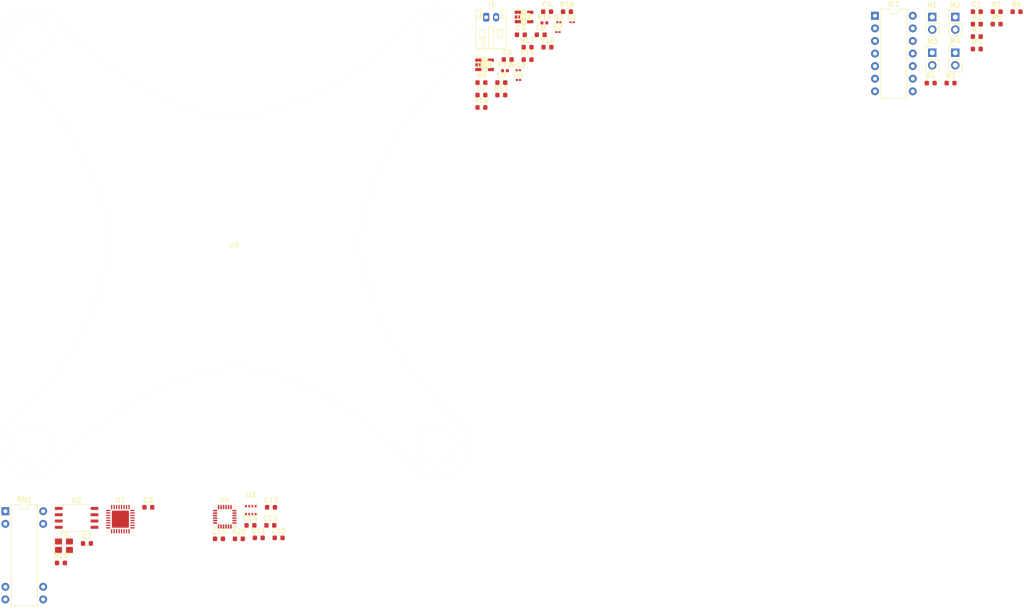
<source format=kicad_pcb>
(kicad_pcb (version 20171130) (host pcbnew "(5.1.4)-1")

  (general
    (thickness 1.6)
    (drawings 0)
    (tracks 0)
    (zones 0)
    (modules 54)
    (nets 41)
  )

  (page A4)
  (layers
    (0 F.Cu signal)
    (31 B.Cu signal)
    (32 B.Adhes user)
    (33 F.Adhes user)
    (34 B.Paste user)
    (35 F.Paste user)
    (36 B.SilkS user)
    (37 F.SilkS user)
    (38 B.Mask user)
    (39 F.Mask user)
    (40 Dwgs.User user)
    (41 Cmts.User user)
    (42 Eco1.User user)
    (43 Eco2.User user)
    (44 Edge.Cuts user)
    (45 Margin user)
    (46 B.CrtYd user)
    (47 F.CrtYd user)
    (48 B.Fab user)
    (49 F.Fab user)
  )

  (setup
    (last_trace_width 0.25)
    (trace_clearance 0.2)
    (zone_clearance 0.508)
    (zone_45_only no)
    (trace_min 0.2)
    (via_size 0.8)
    (via_drill 0.4)
    (via_min_size 0.4)
    (via_min_drill 0.3)
    (uvia_size 0.3)
    (uvia_drill 0.1)
    (uvias_allowed no)
    (uvia_min_size 0.2)
    (uvia_min_drill 0.1)
    (edge_width 0.05)
    (segment_width 0.2)
    (pcb_text_width 0.3)
    (pcb_text_size 1.5 1.5)
    (mod_edge_width 0.12)
    (mod_text_size 1 1)
    (mod_text_width 0.15)
    (pad_size 1.524 1.524)
    (pad_drill 0.762)
    (pad_to_mask_clearance 0.051)
    (solder_mask_min_width 0.25)
    (aux_axis_origin 0 0)
    (visible_elements FFFFFF7F)
    (pcbplotparams
      (layerselection 0x010fc_ffffffff)
      (usegerberextensions false)
      (usegerberattributes false)
      (usegerberadvancedattributes false)
      (creategerberjobfile false)
      (excludeedgelayer true)
      (linewidth 0.100000)
      (plotframeref false)
      (viasonmask false)
      (mode 1)
      (useauxorigin false)
      (hpglpennumber 1)
      (hpglpenspeed 20)
      (hpglpendiameter 15.000000)
      (psnegative false)
      (psa4output false)
      (plotreference true)
      (plotvalue true)
      (plotinvisibletext false)
      (padsonsilk false)
      (subtractmaskfromsilk false)
      (outputformat 1)
      (mirror false)
      (drillshape 1)
      (scaleselection 1)
      (outputdirectory ""))
  )

  (net 0 "")
  (net 1 GND)
  (net 2 VBUS)
  (net 3 "Net-(C2-Pad2)")
  (net 4 "Net-(C2-Pad1)")
  (net 5 "Net-(C3-Pad1)")
  (net 6 "Net-(C6-Pad2)")
  (net 7 "Net-(C7-Pad2)")
  (net 8 "Net-(C8-Pad1)")
  (net 9 "Net-(C9-Pad1)")
  (net 10 +3V3)
  (net 11 "Net-(C14-Pad2)")
  (net 12 "Net-(C15-Pad2)")
  (net 13 "Net-(D1-Pad2)")
  (net 14 "Net-(D2-Pad2)")
  (net 15 "Net-(D3-Pad2)")
  (net 16 "Net-(D4-Pad2)")
  (net 17 M3B)
  (net 18 M3)
  (net 19 M2B)
  (net 20 M2)
  (net 21 M4)
  (net 22 M1B)
  (net 23 M4B)
  (net 24 M1)
  (net 25 ledRed)
  (net 26 ledGreen)
  (net 27 "Net-(R19-Pad2)")
  (net 28 SDIO_CLK)
  (net 29 "Net-(R20-Pad1)")
  (net 30 "Net-(RN1-Pad4)")
  (net 31 "Net-(RN1-Pad3)")
  (net 32 "Net-(RN1-Pad2)")
  (net 33 "Net-(RN1-Pad1)")
  (net 34 SDIO_SD1)
  (net 35 SDIO_SD0)
  (net 36 SDIO_CMD)
  (net 37 SDIO_SD3)
  (net 38 SDIO_SD2)
  (net 39 SDA)
  (net 40 SCL)

  (net_class Default "This is the default net class."
    (clearance 0.2)
    (trace_width 0.25)
    (via_dia 0.8)
    (via_drill 0.4)
    (uvia_dia 0.3)
    (uvia_drill 0.1)
    (add_net +3V3)
    (add_net /motorsAndController/M1+)
    (add_net /motorsAndController/M1-)
    (add_net /motorsAndController/M2-)
    (add_net /motorsAndController/M2\+)
    (add_net /motorsAndController/M3+)
    (add_net /motorsAndController/M3-)
    (add_net /motorsAndController/M4+)
    (add_net /motorsAndController/M4-)
    (add_net GND)
    (add_net M1)
    (add_net M1B)
    (add_net M2)
    (add_net M2B)
    (add_net M3)
    (add_net M3B)
    (add_net M4)
    (add_net M4B)
    (add_net "Net-(C14-Pad2)")
    (add_net "Net-(C15-Pad2)")
    (add_net "Net-(C2-Pad1)")
    (add_net "Net-(C2-Pad2)")
    (add_net "Net-(C3-Pad1)")
    (add_net "Net-(C6-Pad2)")
    (add_net "Net-(C7-Pad2)")
    (add_net "Net-(C8-Pad1)")
    (add_net "Net-(C9-Pad1)")
    (add_net "Net-(D1-Pad1)")
    (add_net "Net-(D1-Pad2)")
    (add_net "Net-(D2-Pad1)")
    (add_net "Net-(D2-Pad2)")
    (add_net "Net-(D3-Pad1)")
    (add_net "Net-(D3-Pad2)")
    (add_net "Net-(D4-Pad1)")
    (add_net "Net-(D4-Pad2)")
    (add_net "Net-(IC1-Pad10)")
    (add_net "Net-(IC1-Pad11)")
    (add_net "Net-(IC1-Pad12)")
    (add_net "Net-(IC1-Pad13)")
    (add_net "Net-(R19-Pad2)")
    (add_net "Net-(R20-Pad1)")
    (add_net "Net-(RN1-Pad1)")
    (add_net "Net-(RN1-Pad2)")
    (add_net "Net-(RN1-Pad3)")
    (add_net "Net-(RN1-Pad4)")
    (add_net "Net-(U1-Pad1)")
    (add_net "Net-(U1-Pad11)")
    (add_net "Net-(U1-Pad12)")
    (add_net "Net-(U1-Pad14)")
    (add_net "Net-(U1-Pad15)")
    (add_net "Net-(U1-Pad17)")
    (add_net "Net-(U1-Pad2)")
    (add_net "Net-(U1-Pad24)")
    (add_net "Net-(U1-Pad25)")
    (add_net "Net-(U1-Pad26)")
    (add_net "Net-(U1-Pad29)")
    (add_net "Net-(U1-Pad3)")
    (add_net "Net-(U1-Pad30)")
    (add_net "Net-(U1-Pad31)")
    (add_net "Net-(U1-Pad32)")
    (add_net "Net-(U1-Pad4)")
    (add_net "Net-(U1-Pad5)")
    (add_net "Net-(U1-Pad6)")
    (add_net "Net-(U1-Pad7)")
    (add_net "Net-(U1-Pad8)")
    (add_net "Net-(U4-Pad12)")
    (add_net "Net-(U4-Pad6)")
    (add_net "Net-(U4-Pad7)")
    (add_net SCL)
    (add_net SDA)
    (add_net SDIO_CLK)
    (add_net SDIO_CMD)
    (add_net SDIO_SD0)
    (add_net SDIO_SD1)
    (add_net SDIO_SD2)
    (add_net SDIO_SD3)
    (add_net VBUS)
    (add_net ledGreen)
    (add_net ledRed)
  )

  (module Crystal:Crystal_SMD_3225-4Pin_3.2x2.5mm (layer F.Cu) (tedit 5A0FD1B2) (tstamp 5E01D2C6)
    (at 101.65 154.69)
    (descr "SMD Crystal SERIES SMD3225/4 http://www.txccrystal.com/images/pdf/7m-accuracy.pdf, 3.2x2.5mm^2 package")
    (tags "SMD SMT crystal")
    (path /5DFBC9C3/5E04216A)
    (attr smd)
    (fp_text reference Y1 (at 0 -2.45) (layer F.SilkS)
      (effects (font (size 1 1) (thickness 0.15)))
    )
    (fp_text value Crystal_GND24 (at 0 2.45) (layer F.Fab)
      (effects (font (size 1 1) (thickness 0.15)))
    )
    (fp_line (start 2.1 -1.7) (end -2.1 -1.7) (layer F.CrtYd) (width 0.05))
    (fp_line (start 2.1 1.7) (end 2.1 -1.7) (layer F.CrtYd) (width 0.05))
    (fp_line (start -2.1 1.7) (end 2.1 1.7) (layer F.CrtYd) (width 0.05))
    (fp_line (start -2.1 -1.7) (end -2.1 1.7) (layer F.CrtYd) (width 0.05))
    (fp_line (start -2 1.65) (end 2 1.65) (layer F.SilkS) (width 0.12))
    (fp_line (start -2 -1.65) (end -2 1.65) (layer F.SilkS) (width 0.12))
    (fp_line (start -1.6 0.25) (end -0.6 1.25) (layer F.Fab) (width 0.1))
    (fp_line (start 1.6 -1.25) (end -1.6 -1.25) (layer F.Fab) (width 0.1))
    (fp_line (start 1.6 1.25) (end 1.6 -1.25) (layer F.Fab) (width 0.1))
    (fp_line (start -1.6 1.25) (end 1.6 1.25) (layer F.Fab) (width 0.1))
    (fp_line (start -1.6 -1.25) (end -1.6 1.25) (layer F.Fab) (width 0.1))
    (fp_text user %R (at 0 0) (layer F.Fab)
      (effects (font (size 0.7 0.7) (thickness 0.105)))
    )
    (pad 4 smd rect (at -1.1 -0.85) (size 1.4 1.2) (layers F.Cu F.Paste F.Mask)
      (net 1 GND))
    (pad 3 smd rect (at 1.1 -0.85) (size 1.4 1.2) (layers F.Cu F.Paste F.Mask)
      (net 3 "Net-(C2-Pad2)"))
    (pad 2 smd rect (at 1.1 0.85) (size 1.4 1.2) (layers F.Cu F.Paste F.Mask)
      (net 4 "Net-(C2-Pad1)"))
    (pad 1 smd rect (at -1.1 0.85) (size 1.4 1.2) (layers F.Cu F.Paste F.Mask)
      (net 5 "Net-(C3-Pad1)"))
    (model ${KISYS3DMOD}/Crystal.3dshapes/Crystal_SMD_3225-4Pin_3.2x2.5mm.wrl
      (at (xyz 0 0 0))
      (scale (xyz 1 1 1))
      (rotate (xyz 0 0 0))
    )
  )

  (module DroneV1:DroneOutlineOLD (layer F.Cu) (tedit 5E017217) (tstamp 5E01D2B2)
    (at 136.043719 93.533719)
    (path /5E04421D)
    (fp_text reference U5 (at 0 0.5) (layer F.SilkS)
      (effects (font (size 1 1) (thickness 0.15)))
    )
    (fp_text value DroneOutline (at 0 -0.5) (layer F.Fab)
      (effects (font (size 1 1) (thickness 0.15)))
    )
    (fp_arc (start 83.875487 9.482162) (end 45.031029 -35.905845) (angle -40.30936013) (layer Edge.Cuts) (width 0.00784))
    (fp_arc (start -9.482162 -83.875487) (end 0 -24.892) (angle -40.30936013) (layer Edge.Cuts) (width 0.00784))
    (fp_arc (start 9.482162 -83.875487) (end -35.905845 -45.031029) (angle -40.30936013) (layer Edge.Cuts) (width 0.00784))
    (fp_arc (start -83.875487 9.482162) (end -24.892 0) (angle -40.30936013) (layer Edge.Cuts) (width 0.00784))
    (fp_circle (center -40.822879 -40.822879) (end -36.840159 -40.822879) (layer Edge.Cuts) (width 0.00784))
    (fp_arc (start -40.822879 -40.822879) (end -35.905845 -45.031029) (angle -188.8841361) (layer Edge.Cuts) (width 0.00784))
    (fp_arc (start 40.822879 -40.822879) (end 45.031029 -35.905845) (angle -188.8841361) (layer Edge.Cuts) (width 0.00784))
    (fp_circle (center 40.822879 -40.822879) (end 44.805599 -40.822879) (layer Edge.Cuts) (width 0.00784))
    (fp_arc (start 9.482162 83.875487) (end 0 24.892) (angle -40.30936013) (layer Edge.Cuts) (width 0.00784))
    (fp_arc (start 83.875487 -9.482162) (end 24.892 0) (angle -40.30936013) (layer Edge.Cuts) (width 0.00784))
    (fp_circle (center -40.822879 40.822879) (end -36.840159 40.822879) (layer Edge.Cuts) (width 0.00784))
    (fp_arc (start -9.482162 83.875487) (end 35.905845 45.031029) (angle -40.30936013) (layer Edge.Cuts) (width 0.00784))
    (fp_circle (center 40.822879 40.822879) (end 44.805599 40.822879) (layer Edge.Cuts) (width 0.00784))
    (fp_arc (start 40.822879 40.822879) (end 35.905845 45.031029) (angle -188.8841361) (layer Edge.Cuts) (width 0.00784))
    (fp_arc (start -83.875487 -9.482162) (end -45.031029 35.905845) (angle -40.30936013) (layer Edge.Cuts) (width 0.00784))
    (fp_arc (start -40.822879 40.822879) (end -45.031029 35.905845) (angle -188.8841361) (layer Edge.Cuts) (width 0.00784))
  )

  (module Sensor_Motion:InvenSense_QFN-24_4x4mm_P0.5mm (layer F.Cu) (tedit 5B5A6D8E) (tstamp 5E01D29E)
    (at 134.08 148.87)
    (descr "24-Lead Plastic QFN (4mm x 4mm); Pitch 0.5mm; EP 2.7x2.6mm; for InvenSense motion sensors; keepout area marked (Package see: https://store.invensense.com/datasheets/invensense/MPU-6050_DataSheet_V3%204.pdf; See also https://www.invensense.com/wp-content/uploads/2015/02/InvenSense-MEMS-Handling.pdf)")
    (tags "QFN 0.5")
    (path /5E003FC1/5E004571)
    (attr smd)
    (fp_text reference U4 (at 0 -3.375) (layer F.SilkS)
      (effects (font (size 1 1) (thickness 0.15)))
    )
    (fp_text value MPU-6050 (at 0 3.375) (layer F.Fab)
      (effects (font (size 1 1) (thickness 0.15)))
    )
    (fp_text user Component (at 0 0.55) (layer Cmts.User)
      (effects (font (size 0.2 0.2) (thickness 0.04)))
    )
    (fp_text user "Directly Below" (at 0 0.25) (layer Cmts.User)
      (effects (font (size 0.2 0.2) (thickness 0.04)))
    )
    (fp_text user "No Copper" (at 0 -0.1) (layer Cmts.User)
      (effects (font (size 0.2 0.2) (thickness 0.04)))
    )
    (fp_text user KEEPOUT (at 0 -0.5) (layer Cmts.User)
      (effects (font (size 0.2 0.2) (thickness 0.04)))
    )
    (fp_line (start -0.975 -1.325) (end -1.375 -0.925) (layer Dwgs.User) (width 0.05))
    (fp_line (start -0.475 -1.325) (end -1.375 -0.425) (layer Dwgs.User) (width 0.05))
    (fp_line (start 0.025 -1.325) (end -1.375 0.075) (layer Dwgs.User) (width 0.05))
    (fp_line (start 0.525 -1.325) (end -1.375 0.575) (layer Dwgs.User) (width 0.05))
    (fp_line (start 1.025 -1.325) (end -1.375 1.075) (layer Dwgs.User) (width 0.05))
    (fp_line (start 1.375 -1.175) (end -1.125 1.325) (layer Dwgs.User) (width 0.05))
    (fp_line (start 1.375 -0.675) (end -0.625 1.325) (layer Dwgs.User) (width 0.05))
    (fp_line (start 1.375 -0.175) (end -0.125 1.325) (layer Dwgs.User) (width 0.05))
    (fp_line (start 1.375 0.325) (end 0.375 1.325) (layer Dwgs.User) (width 0.05))
    (fp_line (start 1.375 0.825) (end 0.875 1.325) (layer Dwgs.User) (width 0.05))
    (fp_line (start 1.375 1.325) (end -1.375 1.325) (layer Dwgs.User) (width 0.05))
    (fp_line (start 1.375 -1.325) (end -1.375 -1.325) (layer Dwgs.User) (width 0.05))
    (fp_line (start -1.375 1.325) (end -1.375 -1.325) (layer Dwgs.User) (width 0.05))
    (fp_line (start 1.375 1.325) (end 1.375 -1.325) (layer Dwgs.User) (width 0.05))
    (fp_line (start 2.15 -2.15) (end 1.625 -2.15) (layer F.SilkS) (width 0.15))
    (fp_line (start 2.15 2.15) (end 1.625 2.15) (layer F.SilkS) (width 0.15))
    (fp_line (start -2.15 2.15) (end -1.625 2.15) (layer F.SilkS) (width 0.15))
    (fp_line (start -2.15 -2.15) (end -1.625 -2.15) (layer F.SilkS) (width 0.15))
    (fp_line (start 2.15 2.15) (end 2.15 1.625) (layer F.SilkS) (width 0.15))
    (fp_line (start -2.15 2.15) (end -2.15 1.625) (layer F.SilkS) (width 0.15))
    (fp_line (start 2.15 -2.15) (end 2.15 -1.625) (layer F.SilkS) (width 0.15))
    (fp_line (start -2.65 2.65) (end 2.65 2.65) (layer F.CrtYd) (width 0.05))
    (fp_line (start -2.65 -2.65) (end 2.65 -2.65) (layer F.CrtYd) (width 0.05))
    (fp_line (start 2.65 -2.65) (end 2.65 2.65) (layer F.CrtYd) (width 0.05))
    (fp_line (start -2.65 -2.65) (end -2.65 2.65) (layer F.CrtYd) (width 0.05))
    (fp_line (start -2 -1) (end -1 -2) (layer F.Fab) (width 0.15))
    (fp_line (start -2 2) (end -2 -1) (layer F.Fab) (width 0.15))
    (fp_line (start 2 2) (end -2 2) (layer F.Fab) (width 0.15))
    (fp_line (start 2 -2) (end 2 2) (layer F.Fab) (width 0.15))
    (fp_line (start -1 -2) (end 2 -2) (layer F.Fab) (width 0.15))
    (fp_text user %R (at 0 0) (layer F.Fab)
      (effects (font (size 1 1) (thickness 0.15)))
    )
    (pad 24 smd roundrect (at -1.25 -1.95 90) (size 0.85 0.3) (layers F.Cu F.Paste F.Mask) (roundrect_rratio 0.25)
      (net 39 SDA))
    (pad 23 smd roundrect (at -0.75 -1.95 90) (size 0.85 0.3) (layers F.Cu F.Paste F.Mask) (roundrect_rratio 0.25)
      (net 40 SCL))
    (pad 22 smd roundrect (at -0.25 -1.95 90) (size 0.85 0.3) (layers F.Cu F.Paste F.Mask) (roundrect_rratio 0.25))
    (pad 21 smd roundrect (at 0.25 -1.95 90) (size 0.85 0.3) (layers F.Cu F.Paste F.Mask) (roundrect_rratio 0.25))
    (pad 20 smd roundrect (at 0.75 -1.95 90) (size 0.85 0.3) (layers F.Cu F.Paste F.Mask) (roundrect_rratio 0.25)
      (net 12 "Net-(C15-Pad2)"))
    (pad 19 smd roundrect (at 1.25 -1.95 90) (size 0.85 0.3) (layers F.Cu F.Paste F.Mask) (roundrect_rratio 0.25))
    (pad 18 smd roundrect (at 1.95 -1.25) (size 0.85 0.3) (layers F.Cu F.Paste F.Mask) (roundrect_rratio 0.25)
      (net 1 GND))
    (pad 17 smd roundrect (at 1.95 -0.75) (size 0.85 0.3) (layers F.Cu F.Paste F.Mask) (roundrect_rratio 0.25))
    (pad 16 smd roundrect (at 1.95 -0.25) (size 0.85 0.3) (layers F.Cu F.Paste F.Mask) (roundrect_rratio 0.25))
    (pad 15 smd roundrect (at 1.95 0.25) (size 0.85 0.3) (layers F.Cu F.Paste F.Mask) (roundrect_rratio 0.25))
    (pad 14 smd roundrect (at 1.95 0.75) (size 0.85 0.3) (layers F.Cu F.Paste F.Mask) (roundrect_rratio 0.25))
    (pad 13 smd roundrect (at 1.95 1.25) (size 0.85 0.3) (layers F.Cu F.Paste F.Mask) (roundrect_rratio 0.25)
      (net 10 +3V3))
    (pad 12 smd roundrect (at 1.25 1.95 90) (size 0.85 0.3) (layers F.Cu F.Paste F.Mask) (roundrect_rratio 0.25))
    (pad 11 smd roundrect (at 0.75 1.95 90) (size 0.85 0.3) (layers F.Cu F.Paste F.Mask) (roundrect_rratio 0.25)
      (net 1 GND))
    (pad 10 smd roundrect (at 0.25 1.95 90) (size 0.85 0.3) (layers F.Cu F.Paste F.Mask) (roundrect_rratio 0.25)
      (net 11 "Net-(C14-Pad2)"))
    (pad 9 smd roundrect (at -0.25 1.95 90) (size 0.85 0.3) (layers F.Cu F.Paste F.Mask) (roundrect_rratio 0.25)
      (net 29 "Net-(R20-Pad1)"))
    (pad 8 smd roundrect (at -0.75 1.95 90) (size 0.85 0.3) (layers F.Cu F.Paste F.Mask) (roundrect_rratio 0.25)
      (net 10 +3V3))
    (pad 7 smd roundrect (at -1.25 1.95 90) (size 0.85 0.3) (layers F.Cu F.Paste F.Mask) (roundrect_rratio 0.25))
    (pad 6 smd roundrect (at -1.95 1.25) (size 0.85 0.3) (layers F.Cu F.Paste F.Mask) (roundrect_rratio 0.25))
    (pad 5 smd roundrect (at -1.95 0.75) (size 0.85 0.3) (layers F.Cu F.Paste F.Mask) (roundrect_rratio 0.25))
    (pad 4 smd roundrect (at -1.95 0.25) (size 0.85 0.3) (layers F.Cu F.Paste F.Mask) (roundrect_rratio 0.25))
    (pad 3 smd roundrect (at -1.95 -0.25) (size 0.85 0.3) (layers F.Cu F.Paste F.Mask) (roundrect_rratio 0.25))
    (pad 2 smd roundrect (at -1.95 -0.75) (size 0.85 0.3) (layers F.Cu F.Paste F.Mask) (roundrect_rratio 0.25))
    (pad 1 smd roundrect (at -1.95 -1.25) (size 0.85 0.3) (layers F.Cu F.Paste F.Mask) (roundrect_rratio 0.25)
      (net 1 GND))
    (model ${KISYS3DMOD}/Package_DFN_QFN.3dshapes/QFN-24-1EP_4x4mm_P0.5mm_EP2.7x2.6mm.wrl
      (at (xyz 0 0 0))
      (scale (xyz 1 1 1))
      (rotate (xyz 0 0 0))
    )
  )

  (module Package_LGA:Bosch_LGA-8_2x2.5mm_P0.65mm_ClockwisePinNumbering (layer F.Cu) (tedit 5A2F92D2) (tstamp 5E01D25F)
    (at 139.33 147.52)
    (descr "LGA-8, https://ae-bst.resource.bosch.com/media/_tech/media/datasheets/BST-BMP280-DS001-18.pdf")
    (tags "lga land grid array")
    (path /5E003FC1/5E00419A)
    (attr smd)
    (fp_text reference U3 (at 0 -3.1) (layer F.SilkS)
      (effects (font (size 1 1) (thickness 0.15)))
    )
    (fp_text value BMP280 (at 0 3.1) (layer F.Fab)
      (effects (font (size 1 1) (thickness 0.15)))
    )
    (fp_line (start -1.35 -0.46) (end -1.35 -1.1) (layer F.SilkS) (width 0.1))
    (fp_line (start 0.87 -1.1) (end 1.35 -1.1) (layer F.SilkS) (width 0.1))
    (fp_line (start 1.35 -0.46) (end 1.35 -1.1) (layer F.SilkS) (width 0.1))
    (fp_line (start -1.35 1.1) (end -1.35 0.46) (layer F.SilkS) (width 0.1))
    (fp_line (start 1.35 1.1) (end 1.35 0.46) (layer F.SilkS) (width 0.1))
    (fp_line (start 0.87 1.1) (end 1.35 1.1) (layer F.SilkS) (width 0.1))
    (fp_line (start -1.25 1) (end -1.25 -0.75) (layer F.Fab) (width 0.1))
    (fp_line (start -1 -1) (end -1.25 -0.75) (layer F.Fab) (width 0.1))
    (fp_line (start 1.25 -1) (end -1 -1) (layer F.Fab) (width 0.1))
    (fp_line (start 1.25 -1) (end 1.25 1) (layer F.Fab) (width 0.1))
    (fp_line (start -1.25 1) (end 1.25 1) (layer F.Fab) (width 0.1))
    (fp_line (start -1.55 1.3) (end -1.55 -1.3) (layer F.CrtYd) (width 0.05))
    (fp_line (start 1.55 1.3) (end -1.55 1.3) (layer F.CrtYd) (width 0.05))
    (fp_line (start 1.55 -1.3) (end 1.55 1.3) (layer F.CrtYd) (width 0.05))
    (fp_line (start -1.55 -1.3) (end 1.55 -1.3) (layer F.CrtYd) (width 0.05))
    (fp_text user %R (at 0 0) (layer F.Fab)
      (effects (font (size 0.5 0.5) (thickness 0.075)))
    )
    (fp_line (start -1.35 1.1) (end -0.87 1.1) (layer F.SilkS) (width 0.1))
    (pad 8 smd rect (at -0.975 0.8 90) (size 0.5 0.35) (layers F.Cu F.Paste F.Mask)
      (net 2 VBUS))
    (pad 2 smd rect (at -0.325 -0.8 90) (size 0.5 0.35) (layers F.Cu F.Paste F.Mask)
      (net 10 +3V3))
    (pad 3 smd rect (at 0.325 -0.8 90) (size 0.5 0.35) (layers F.Cu F.Paste F.Mask)
      (net 39 SDA))
    (pad 4 smd rect (at 0.975 -0.8 90) (size 0.5 0.35) (layers F.Cu F.Paste F.Mask)
      (net 40 SCL))
    (pad 7 smd rect (at -0.325 0.8 90) (size 0.5 0.35) (layers F.Cu F.Paste F.Mask)
      (net 1 GND))
    (pad 6 smd rect (at 0.325 0.8 90) (size 0.5 0.35) (layers F.Cu F.Paste F.Mask)
      (net 2 VBUS))
    (pad 5 smd rect (at 0.975 0.8 90) (size 0.5 0.35) (layers F.Cu F.Paste F.Mask)
      (net 1 GND))
    (pad 1 smd rect (at -0.975 -0.8 90) (size 0.5 0.35) (layers F.Cu F.Paste F.Mask)
      (net 1 GND))
    (model ${KISYS3DMOD}/Package_LGA.3dshapes/Bosch_LGA-8_2x2.5mm_P0.65mm_ClockwisePinNumbering.wrl
      (at (xyz 0 0 0))
      (scale (xyz 1 1 1))
      (rotate (xyz 0 0 0))
    )
  )

  (module Package_SO:SOIC-8_5.23x5.23mm_P1.27mm (layer F.Cu) (tedit 5C9033D8) (tstamp 5E01D242)
    (at 104.2 149.08)
    (descr "SOIC, 8 Pin (http://www.winbond.com/resource-files/w25q32jv%20revg%2003272018%20plus.pdf#page=68), generated with kicad-footprint-generator ipc_gullwing_generator.py")
    (tags "SOIC SO")
    (path /5DFBC9C3/5E052876)
    (attr smd)
    (fp_text reference U2 (at 0 -3.56) (layer F.SilkS)
      (effects (font (size 1 1) (thickness 0.15)))
    )
    (fp_text value W25Q32JVSS (at 0 3.56) (layer F.Fab)
      (effects (font (size 1 1) (thickness 0.15)))
    )
    (fp_text user %R (at 0 0) (layer F.Fab)
      (effects (font (size 1 1) (thickness 0.15)))
    )
    (fp_line (start 4.65 -2.86) (end -4.65 -2.86) (layer F.CrtYd) (width 0.05))
    (fp_line (start 4.65 2.86) (end 4.65 -2.86) (layer F.CrtYd) (width 0.05))
    (fp_line (start -4.65 2.86) (end 4.65 2.86) (layer F.CrtYd) (width 0.05))
    (fp_line (start -4.65 -2.86) (end -4.65 2.86) (layer F.CrtYd) (width 0.05))
    (fp_line (start -2.615 -1.615) (end -1.615 -2.615) (layer F.Fab) (width 0.1))
    (fp_line (start -2.615 2.615) (end -2.615 -1.615) (layer F.Fab) (width 0.1))
    (fp_line (start 2.615 2.615) (end -2.615 2.615) (layer F.Fab) (width 0.1))
    (fp_line (start 2.615 -2.615) (end 2.615 2.615) (layer F.Fab) (width 0.1))
    (fp_line (start -1.615 -2.615) (end 2.615 -2.615) (layer F.Fab) (width 0.1))
    (fp_line (start -2.725 -2.465) (end -4.4 -2.465) (layer F.SilkS) (width 0.12))
    (fp_line (start -2.725 -2.725) (end -2.725 -2.465) (layer F.SilkS) (width 0.12))
    (fp_line (start 0 -2.725) (end -2.725 -2.725) (layer F.SilkS) (width 0.12))
    (fp_line (start 2.725 -2.725) (end 2.725 -2.465) (layer F.SilkS) (width 0.12))
    (fp_line (start 0 -2.725) (end 2.725 -2.725) (layer F.SilkS) (width 0.12))
    (fp_line (start -2.725 2.725) (end -2.725 2.465) (layer F.SilkS) (width 0.12))
    (fp_line (start 0 2.725) (end -2.725 2.725) (layer F.SilkS) (width 0.12))
    (fp_line (start 2.725 2.725) (end 2.725 2.465) (layer F.SilkS) (width 0.12))
    (fp_line (start 0 2.725) (end 2.725 2.725) (layer F.SilkS) (width 0.12))
    (pad 8 smd roundrect (at 3.6 -1.905) (size 1.6 0.6) (layers F.Cu F.Paste F.Mask) (roundrect_rratio 0.25)
      (net 10 +3V3))
    (pad 7 smd roundrect (at 3.6 -0.635) (size 1.6 0.6) (layers F.Cu F.Paste F.Mask) (roundrect_rratio 0.25)
      (net 38 SDIO_SD2))
    (pad 6 smd roundrect (at 3.6 0.635) (size 1.6 0.6) (layers F.Cu F.Paste F.Mask) (roundrect_rratio 0.25)
      (net 28 SDIO_CLK))
    (pad 5 smd roundrect (at 3.6 1.905) (size 1.6 0.6) (layers F.Cu F.Paste F.Mask) (roundrect_rratio 0.25)
      (net 34 SDIO_SD1))
    (pad 4 smd roundrect (at -3.6 1.905) (size 1.6 0.6) (layers F.Cu F.Paste F.Mask) (roundrect_rratio 0.25)
      (net 1 GND))
    (pad 3 smd roundrect (at -3.6 0.635) (size 1.6 0.6) (layers F.Cu F.Paste F.Mask) (roundrect_rratio 0.25)
      (net 37 SDIO_SD3))
    (pad 2 smd roundrect (at -3.6 -0.635) (size 1.6 0.6) (layers F.Cu F.Paste F.Mask) (roundrect_rratio 0.25)
      (net 35 SDIO_SD0))
    (pad 1 smd roundrect (at -3.6 -1.905) (size 1.6 0.6) (layers F.Cu F.Paste F.Mask) (roundrect_rratio 0.25)
      (net 36 SDIO_CMD))
    (model ${KISYS3DMOD}/Package_SO.3dshapes/SOIC-8_5.23x5.23mm_P1.27mm.wrl
      (at (xyz 0 0 0))
      (scale (xyz 1 1 1))
      (rotate (xyz 0 0 0))
    )
  )

  (module Package_DFN_QFN:QFN-32-1EP_5x5mm_P0.5mm_EP3.45x3.45mm (layer F.Cu) (tedit 5B4E85CE) (tstamp 5E01D223)
    (at 113.02 149.34)
    (descr "QFN, 32 Pin (http://www.analog.com/media/en/package-pcb-resources/package/pkg_pdf/ltc-legacy-qfn/QFN_32_05-08-1693.pdf), generated with kicad-footprint-generator ipc_dfn_qfn_generator.py")
    (tags "QFN DFN_QFN")
    (path /5DFBC9C3/5E02FEF0)
    (attr smd)
    (fp_text reference U1 (at 0 -3.82) (layer F.SilkS)
      (effects (font (size 1 1) (thickness 0.15)))
    )
    (fp_text value ESP8266EX (at 0 3.82) (layer F.Fab)
      (effects (font (size 1 1) (thickness 0.15)))
    )
    (fp_text user %R (at 0 0) (layer F.Fab)
      (effects (font (size 1 1) (thickness 0.15)))
    )
    (fp_line (start 3.12 -3.12) (end -3.12 -3.12) (layer F.CrtYd) (width 0.05))
    (fp_line (start 3.12 3.12) (end 3.12 -3.12) (layer F.CrtYd) (width 0.05))
    (fp_line (start -3.12 3.12) (end 3.12 3.12) (layer F.CrtYd) (width 0.05))
    (fp_line (start -3.12 -3.12) (end -3.12 3.12) (layer F.CrtYd) (width 0.05))
    (fp_line (start -2.5 -1.5) (end -1.5 -2.5) (layer F.Fab) (width 0.1))
    (fp_line (start -2.5 2.5) (end -2.5 -1.5) (layer F.Fab) (width 0.1))
    (fp_line (start 2.5 2.5) (end -2.5 2.5) (layer F.Fab) (width 0.1))
    (fp_line (start 2.5 -2.5) (end 2.5 2.5) (layer F.Fab) (width 0.1))
    (fp_line (start -1.5 -2.5) (end 2.5 -2.5) (layer F.Fab) (width 0.1))
    (fp_line (start -2.135 -2.61) (end -2.61 -2.61) (layer F.SilkS) (width 0.12))
    (fp_line (start 2.61 2.61) (end 2.61 2.135) (layer F.SilkS) (width 0.12))
    (fp_line (start 2.135 2.61) (end 2.61 2.61) (layer F.SilkS) (width 0.12))
    (fp_line (start -2.61 2.61) (end -2.61 2.135) (layer F.SilkS) (width 0.12))
    (fp_line (start -2.135 2.61) (end -2.61 2.61) (layer F.SilkS) (width 0.12))
    (fp_line (start 2.61 -2.61) (end 2.61 -2.135) (layer F.SilkS) (width 0.12))
    (fp_line (start 2.135 -2.61) (end 2.61 -2.61) (layer F.SilkS) (width 0.12))
    (pad 32 smd roundrect (at -1.75 -2.4375) (size 0.25 0.875) (layers F.Cu F.Paste F.Mask) (roundrect_rratio 0.25))
    (pad 31 smd roundrect (at -1.25 -2.4375) (size 0.25 0.875) (layers F.Cu F.Paste F.Mask) (roundrect_rratio 0.25))
    (pad 30 smd roundrect (at -0.75 -2.4375) (size 0.25 0.875) (layers F.Cu F.Paste F.Mask) (roundrect_rratio 0.25))
    (pad 29 smd roundrect (at -0.25 -2.4375) (size 0.25 0.875) (layers F.Cu F.Paste F.Mask) (roundrect_rratio 0.25))
    (pad 28 smd roundrect (at 0.25 -2.4375) (size 0.25 0.875) (layers F.Cu F.Paste F.Mask) (roundrect_rratio 0.25)
      (net 5 "Net-(C3-Pad1)"))
    (pad 27 smd roundrect (at 0.75 -2.4375) (size 0.25 0.875) (layers F.Cu F.Paste F.Mask) (roundrect_rratio 0.25)
      (net 3 "Net-(C2-Pad2)"))
    (pad 26 smd roundrect (at 1.25 -2.4375) (size 0.25 0.875) (layers F.Cu F.Paste F.Mask) (roundrect_rratio 0.25))
    (pad 25 smd roundrect (at 1.75 -2.4375) (size 0.25 0.875) (layers F.Cu F.Paste F.Mask) (roundrect_rratio 0.25))
    (pad 24 smd roundrect (at 2.4375 -1.75) (size 0.875 0.25) (layers F.Cu F.Paste F.Mask) (roundrect_rratio 0.25))
    (pad 23 smd roundrect (at 2.4375 -1.25) (size 0.875 0.25) (layers F.Cu F.Paste F.Mask) (roundrect_rratio 0.25)
      (net 34 SDIO_SD1))
    (pad 22 smd roundrect (at 2.4375 -0.75) (size 0.875 0.25) (layers F.Cu F.Paste F.Mask) (roundrect_rratio 0.25)
      (net 35 SDIO_SD0))
    (pad 21 smd roundrect (at 2.4375 -0.25) (size 0.875 0.25) (layers F.Cu F.Paste F.Mask) (roundrect_rratio 0.25)
      (net 27 "Net-(R19-Pad2)"))
    (pad 20 smd roundrect (at 2.4375 0.25) (size 0.875 0.25) (layers F.Cu F.Paste F.Mask) (roundrect_rratio 0.25)
      (net 36 SDIO_CMD))
    (pad 19 smd roundrect (at 2.4375 0.75) (size 0.875 0.25) (layers F.Cu F.Paste F.Mask) (roundrect_rratio 0.25)
      (net 37 SDIO_SD3))
    (pad 18 smd roundrect (at 2.4375 1.25) (size 0.875 0.25) (layers F.Cu F.Paste F.Mask) (roundrect_rratio 0.25)
      (net 38 SDIO_SD2))
    (pad 17 smd roundrect (at 2.4375 1.75) (size 0.875 0.25) (layers F.Cu F.Paste F.Mask) (roundrect_rratio 0.25))
    (pad 16 smd roundrect (at 1.75 2.4375) (size 0.25 0.875) (layers F.Cu F.Paste F.Mask) (roundrect_rratio 0.25)
      (net 30 "Net-(RN1-Pad4)"))
    (pad 15 smd roundrect (at 1.25 2.4375) (size 0.25 0.875) (layers F.Cu F.Paste F.Mask) (roundrect_rratio 0.25))
    (pad 14 smd roundrect (at 0.75 2.4375) (size 0.25 0.875) (layers F.Cu F.Paste F.Mask) (roundrect_rratio 0.25))
    (pad 13 smd roundrect (at 0.25 2.4375) (size 0.25 0.875) (layers F.Cu F.Paste F.Mask) (roundrect_rratio 0.25)
      (net 32 "Net-(RN1-Pad2)"))
    (pad 12 smd roundrect (at -0.25 2.4375) (size 0.25 0.875) (layers F.Cu F.Paste F.Mask) (roundrect_rratio 0.25))
    (pad 11 smd roundrect (at -0.75 2.4375) (size 0.25 0.875) (layers F.Cu F.Paste F.Mask) (roundrect_rratio 0.25))
    (pad 10 smd roundrect (at -1.25 2.4375) (size 0.25 0.875) (layers F.Cu F.Paste F.Mask) (roundrect_rratio 0.25)
      (net 31 "Net-(RN1-Pad3)"))
    (pad 9 smd roundrect (at -1.75 2.4375) (size 0.25 0.875) (layers F.Cu F.Paste F.Mask) (roundrect_rratio 0.25)
      (net 33 "Net-(RN1-Pad1)"))
    (pad 8 smd roundrect (at -2.4375 1.75) (size 0.875 0.25) (layers F.Cu F.Paste F.Mask) (roundrect_rratio 0.25))
    (pad 7 smd roundrect (at -2.4375 1.25) (size 0.875 0.25) (layers F.Cu F.Paste F.Mask) (roundrect_rratio 0.25))
    (pad 6 smd roundrect (at -2.4375 0.75) (size 0.875 0.25) (layers F.Cu F.Paste F.Mask) (roundrect_rratio 0.25))
    (pad 5 smd roundrect (at -2.4375 0.25) (size 0.875 0.25) (layers F.Cu F.Paste F.Mask) (roundrect_rratio 0.25))
    (pad 4 smd roundrect (at -2.4375 -0.25) (size 0.875 0.25) (layers F.Cu F.Paste F.Mask) (roundrect_rratio 0.25))
    (pad 3 smd roundrect (at -2.4375 -0.75) (size 0.875 0.25) (layers F.Cu F.Paste F.Mask) (roundrect_rratio 0.25))
    (pad 2 smd roundrect (at -2.4375 -1.25) (size 0.875 0.25) (layers F.Cu F.Paste F.Mask) (roundrect_rratio 0.25))
    (pad 1 smd roundrect (at -2.4375 -1.75) (size 0.875 0.25) (layers F.Cu F.Paste F.Mask) (roundrect_rratio 0.25))
    (pad "" smd roundrect (at 1.15 1.15) (size 0.93 0.93) (layers F.Paste) (roundrect_rratio 0.25))
    (pad "" smd roundrect (at 1.15 0) (size 0.93 0.93) (layers F.Paste) (roundrect_rratio 0.25))
    (pad "" smd roundrect (at 1.15 -1.15) (size 0.93 0.93) (layers F.Paste) (roundrect_rratio 0.25))
    (pad "" smd roundrect (at 0 1.15) (size 0.93 0.93) (layers F.Paste) (roundrect_rratio 0.25))
    (pad "" smd roundrect (at 0 0) (size 0.93 0.93) (layers F.Paste) (roundrect_rratio 0.25))
    (pad "" smd roundrect (at 0 -1.15) (size 0.93 0.93) (layers F.Paste) (roundrect_rratio 0.25))
    (pad "" smd roundrect (at -1.15 1.15) (size 0.93 0.93) (layers F.Paste) (roundrect_rratio 0.25))
    (pad "" smd roundrect (at -1.15 0) (size 0.93 0.93) (layers F.Paste) (roundrect_rratio 0.25))
    (pad "" smd roundrect (at -1.15 -1.15) (size 0.93 0.93) (layers F.Paste) (roundrect_rratio 0.25))
    (pad 33 smd roundrect (at 0 0) (size 3.45 3.45) (layers F.Cu F.Mask) (roundrect_rratio 0.072464)
      (net 1 GND))
    (model ${KISYS3DMOD}/Package_DFN_QFN.3dshapes/QFN-32-1EP_5x5mm_P0.5mm_EP3.45x3.45mm.wrl
      (at (xyz 0 0 0))
      (scale (xyz 1 1 1))
      (rotate (xyz 0 0 0))
    )
  )

  (module Package_DIP:DIP-8-16_W7.62mm (layer F.Cu) (tedit 5C71427E) (tstamp 5E01D1E4)
    (at 89.83 147.74)
    (descr "16-lead though-hole mounted DIP package, row spacing 7.62 mm (300 mils)")
    (tags "THT DIP DIL PDIP 2.54mm 7.62mm 300mil")
    (path /5DFBC9C3/5E03D474)
    (fp_text reference RN1 (at 3.81 -2.33) (layer F.SilkS)
      (effects (font (size 1 1) (thickness 0.15)))
    )
    (fp_text value R_Pack04 (at 3.81 20.11) (layer F.Fab)
      (effects (font (size 1 1) (thickness 0.15)))
    )
    (fp_text user %R (at 3.81 8.89) (layer F.Fab)
      (effects (font (size 1 1) (thickness 0.15)))
    )
    (fp_line (start 8.67 -1.52) (end -1.06 -1.52) (layer F.CrtYd) (width 0.05))
    (fp_line (start 8.67 19.3) (end 8.67 -1.52) (layer F.CrtYd) (width 0.05))
    (fp_line (start -1.06 19.3) (end 8.67 19.3) (layer F.CrtYd) (width 0.05))
    (fp_line (start -1.06 -1.52) (end -1.06 19.3) (layer F.CrtYd) (width 0.05))
    (fp_line (start 6.46 -1.33) (end 4.81 -1.33) (layer F.SilkS) (width 0.12))
    (fp_line (start 6.46 19.11) (end 6.46 -1.33) (layer F.SilkS) (width 0.12))
    (fp_line (start 1.16 19.11) (end 6.46 19.11) (layer F.SilkS) (width 0.12))
    (fp_line (start 1.16 -1.33) (end 1.16 19.11) (layer F.SilkS) (width 0.12))
    (fp_line (start 2.81 -1.33) (end 1.16 -1.33) (layer F.SilkS) (width 0.12))
    (fp_line (start 0.635 -0.27) (end 1.635 -1.27) (layer F.Fab) (width 0.1))
    (fp_line (start 0.635 19.05) (end 0.635 -0.27) (layer F.Fab) (width 0.1))
    (fp_line (start 6.985 19.05) (end 0.635 19.05) (layer F.Fab) (width 0.1))
    (fp_line (start 6.985 -1.27) (end 6.985 19.05) (layer F.Fab) (width 0.1))
    (fp_line (start 1.635 -1.27) (end 6.985 -1.27) (layer F.Fab) (width 0.1))
    (fp_arc (start 3.81 -1.33) (end 2.81 -1.33) (angle -180) (layer F.SilkS) (width 0.12))
    (pad 8 thru_hole circle (at 7.62 0) (size 1.6 1.6) (drill 0.8) (layers *.Cu *.Mask)
      (net 21 M4))
    (pad 4 thru_hole circle (at 0 17.78) (size 1.6 1.6) (drill 0.8) (layers *.Cu *.Mask)
      (net 30 "Net-(RN1-Pad4)"))
    (pad 7 thru_hole circle (at 7.62 2.54) (size 1.6 1.6) (drill 0.8) (layers *.Cu *.Mask)
      (net 18 M3))
    (pad 3 thru_hole circle (at 0 15.24) (size 1.6 1.6) (drill 0.8) (layers *.Cu *.Mask)
      (net 31 "Net-(RN1-Pad3)"))
    (pad 6 thru_hole circle (at 7.62 15.24) (size 1.6 1.6) (drill 0.8) (layers *.Cu *.Mask)
      (net 20 M2))
    (pad 2 thru_hole circle (at 0 2.54) (size 1.6 1.6) (drill 0.8) (layers *.Cu *.Mask)
      (net 32 "Net-(RN1-Pad2)"))
    (pad 5 thru_hole circle (at 7.62 17.78) (size 1.6 1.6) (drill 0.8) (layers *.Cu *.Mask)
      (net 24 M1))
    (pad 1 thru_hole rect (at 0 0) (size 1.6 1.6) (drill 0.8) (layers *.Cu *.Mask)
      (net 33 "Net-(RN1-Pad1)"))
    (model ${KISYS3DMOD}/Package_DIP.3dshapes/DIP-8-16_W7.62mm.wrl
      (at (xyz 0 0 0))
      (scale (xyz 1 1 1))
      (rotate (xyz 0 0 0))
    )
  )

  (module Resistor_SMD:R_0603_1608Metric (layer F.Cu) (tedit 5B301BBD) (tstamp 5E01D1C8)
    (at 136.92 153.3)
    (descr "Resistor SMD 0603 (1608 Metric), square (rectangular) end terminal, IPC_7351 nominal, (Body size source: http://www.tortai-tech.com/upload/download/2011102023233369053.pdf), generated with kicad-footprint-generator")
    (tags resistor)
    (path /5E003FC1/5E00675E)
    (attr smd)
    (fp_text reference R20 (at 0 -1.43) (layer F.SilkS)
      (effects (font (size 1 1) (thickness 0.15)))
    )
    (fp_text value 4.7k (at 0 1.43) (layer F.Fab)
      (effects (font (size 1 1) (thickness 0.15)))
    )
    (fp_text user %R (at 0 0) (layer F.Fab)
      (effects (font (size 0.4 0.4) (thickness 0.06)))
    )
    (fp_line (start 1.48 0.73) (end -1.48 0.73) (layer F.CrtYd) (width 0.05))
    (fp_line (start 1.48 -0.73) (end 1.48 0.73) (layer F.CrtYd) (width 0.05))
    (fp_line (start -1.48 -0.73) (end 1.48 -0.73) (layer F.CrtYd) (width 0.05))
    (fp_line (start -1.48 0.73) (end -1.48 -0.73) (layer F.CrtYd) (width 0.05))
    (fp_line (start -0.162779 0.51) (end 0.162779 0.51) (layer F.SilkS) (width 0.12))
    (fp_line (start -0.162779 -0.51) (end 0.162779 -0.51) (layer F.SilkS) (width 0.12))
    (fp_line (start 0.8 0.4) (end -0.8 0.4) (layer F.Fab) (width 0.1))
    (fp_line (start 0.8 -0.4) (end 0.8 0.4) (layer F.Fab) (width 0.1))
    (fp_line (start -0.8 -0.4) (end 0.8 -0.4) (layer F.Fab) (width 0.1))
    (fp_line (start -0.8 0.4) (end -0.8 -0.4) (layer F.Fab) (width 0.1))
    (pad 2 smd roundrect (at 0.7875 0) (size 0.875 0.95) (layers F.Cu F.Paste F.Mask) (roundrect_rratio 0.25)
      (net 1 GND))
    (pad 1 smd roundrect (at -0.7875 0) (size 0.875 0.95) (layers F.Cu F.Paste F.Mask) (roundrect_rratio 0.25)
      (net 29 "Net-(R20-Pad1)"))
    (model ${KISYS3DMOD}/Resistor_SMD.3dshapes/R_0603_1608Metric.wrl
      (at (xyz 0 0 0))
      (scale (xyz 1 1 1))
      (rotate (xyz 0 0 0))
    )
  )

  (module Resistor_SMD:R_0603_1608Metric (layer F.Cu) (tedit 5B301BBD) (tstamp 5E01D1B7)
    (at 101.03 158.17)
    (descr "Resistor SMD 0603 (1608 Metric), square (rectangular) end terminal, IPC_7351 nominal, (Body size source: http://www.tortai-tech.com/upload/download/2011102023233369053.pdf), generated with kicad-footprint-generator")
    (tags resistor)
    (path /5DFBC9C3/5E0554BD)
    (attr smd)
    (fp_text reference R19 (at 0 -1.43) (layer F.SilkS)
      (effects (font (size 1 1) (thickness 0.15)))
    )
    (fp_text value 200R (at 0 1.43) (layer F.Fab)
      (effects (font (size 1 1) (thickness 0.15)))
    )
    (fp_text user %R (at 0 0) (layer F.Fab)
      (effects (font (size 0.4 0.4) (thickness 0.06)))
    )
    (fp_line (start 1.48 0.73) (end -1.48 0.73) (layer F.CrtYd) (width 0.05))
    (fp_line (start 1.48 -0.73) (end 1.48 0.73) (layer F.CrtYd) (width 0.05))
    (fp_line (start -1.48 -0.73) (end 1.48 -0.73) (layer F.CrtYd) (width 0.05))
    (fp_line (start -1.48 0.73) (end -1.48 -0.73) (layer F.CrtYd) (width 0.05))
    (fp_line (start -0.162779 0.51) (end 0.162779 0.51) (layer F.SilkS) (width 0.12))
    (fp_line (start -0.162779 -0.51) (end 0.162779 -0.51) (layer F.SilkS) (width 0.12))
    (fp_line (start 0.8 0.4) (end -0.8 0.4) (layer F.Fab) (width 0.1))
    (fp_line (start 0.8 -0.4) (end 0.8 0.4) (layer F.Fab) (width 0.1))
    (fp_line (start -0.8 -0.4) (end 0.8 -0.4) (layer F.Fab) (width 0.1))
    (fp_line (start -0.8 0.4) (end -0.8 -0.4) (layer F.Fab) (width 0.1))
    (pad 2 smd roundrect (at 0.7875 0) (size 0.875 0.95) (layers F.Cu F.Paste F.Mask) (roundrect_rratio 0.25)
      (net 27 "Net-(R19-Pad2)"))
    (pad 1 smd roundrect (at -0.7875 0) (size 0.875 0.95) (layers F.Cu F.Paste F.Mask) (roundrect_rratio 0.25)
      (net 28 SDIO_CLK))
    (model ${KISYS3DMOD}/Resistor_SMD.3dshapes/R_0603_1608Metric.wrl
      (at (xyz 0 0 0))
      (scale (xyz 1 1 1))
      (rotate (xyz 0 0 0))
    )
  )

  (module Resistor_SMD:R_0603_1608Metric (layer F.Cu) (tedit 5B301BBD) (tstamp 5E01D1A6)
    (at 203.1 46.99)
    (descr "Resistor SMD 0603 (1608 Metric), square (rectangular) end terminal, IPC_7351 nominal, (Body size source: http://www.tortai-tech.com/upload/download/2011102023233369053.pdf), generated with kicad-footprint-generator")
    (tags resistor)
    (path /5E041595)
    (attr smd)
    (fp_text reference R18 (at 0 -1.43) (layer F.SilkS)
      (effects (font (size 1 1) (thickness 0.15)))
    )
    (fp_text value 47R (at 0 1.43) (layer F.Fab)
      (effects (font (size 1 1) (thickness 0.15)))
    )
    (fp_text user %R (at 0 0) (layer F.Fab)
      (effects (font (size 0.4 0.4) (thickness 0.06)))
    )
    (fp_line (start 1.48 0.73) (end -1.48 0.73) (layer F.CrtYd) (width 0.05))
    (fp_line (start 1.48 -0.73) (end 1.48 0.73) (layer F.CrtYd) (width 0.05))
    (fp_line (start -1.48 -0.73) (end 1.48 -0.73) (layer F.CrtYd) (width 0.05))
    (fp_line (start -1.48 0.73) (end -1.48 -0.73) (layer F.CrtYd) (width 0.05))
    (fp_line (start -0.162779 0.51) (end 0.162779 0.51) (layer F.SilkS) (width 0.12))
    (fp_line (start -0.162779 -0.51) (end 0.162779 -0.51) (layer F.SilkS) (width 0.12))
    (fp_line (start 0.8 0.4) (end -0.8 0.4) (layer F.Fab) (width 0.1))
    (fp_line (start 0.8 -0.4) (end 0.8 0.4) (layer F.Fab) (width 0.1))
    (fp_line (start -0.8 -0.4) (end 0.8 -0.4) (layer F.Fab) (width 0.1))
    (fp_line (start -0.8 0.4) (end -0.8 -0.4) (layer F.Fab) (width 0.1))
    (pad 2 smd roundrect (at 0.7875 0) (size 0.875 0.95) (layers F.Cu F.Paste F.Mask) (roundrect_rratio 0.25)
      (net 16 "Net-(D4-Pad2)"))
    (pad 1 smd roundrect (at -0.7875 0) (size 0.875 0.95) (layers F.Cu F.Paste F.Mask) (roundrect_rratio 0.25)
      (net 2 VBUS))
    (model ${KISYS3DMOD}/Resistor_SMD.3dshapes/R_0603_1608Metric.wrl
      (at (xyz 0 0 0))
      (scale (xyz 1 1 1))
      (rotate (xyz 0 0 0))
    )
  )

  (module Resistor_SMD:R_0603_1608Metric (layer F.Cu) (tedit 5B301BBD) (tstamp 5E01D195)
    (at 195.15 54.15)
    (descr "Resistor SMD 0603 (1608 Metric), square (rectangular) end terminal, IPC_7351 nominal, (Body size source: http://www.tortai-tech.com/upload/download/2011102023233369053.pdf), generated with kicad-footprint-generator")
    (tags resistor)
    (path /5E041587)
    (attr smd)
    (fp_text reference R17 (at 0 -1.43) (layer F.SilkS)
      (effects (font (size 1 1) (thickness 0.15)))
    )
    (fp_text value 10k (at 0 1.43) (layer F.Fab)
      (effects (font (size 1 1) (thickness 0.15)))
    )
    (fp_text user %R (at 0 0) (layer F.Fab)
      (effects (font (size 0.4 0.4) (thickness 0.06)))
    )
    (fp_line (start 1.48 0.73) (end -1.48 0.73) (layer F.CrtYd) (width 0.05))
    (fp_line (start 1.48 -0.73) (end 1.48 0.73) (layer F.CrtYd) (width 0.05))
    (fp_line (start -1.48 -0.73) (end 1.48 -0.73) (layer F.CrtYd) (width 0.05))
    (fp_line (start -1.48 0.73) (end -1.48 -0.73) (layer F.CrtYd) (width 0.05))
    (fp_line (start -0.162779 0.51) (end 0.162779 0.51) (layer F.SilkS) (width 0.12))
    (fp_line (start -0.162779 -0.51) (end 0.162779 -0.51) (layer F.SilkS) (width 0.12))
    (fp_line (start 0.8 0.4) (end -0.8 0.4) (layer F.Fab) (width 0.1))
    (fp_line (start 0.8 -0.4) (end 0.8 0.4) (layer F.Fab) (width 0.1))
    (fp_line (start -0.8 -0.4) (end 0.8 -0.4) (layer F.Fab) (width 0.1))
    (fp_line (start -0.8 0.4) (end -0.8 -0.4) (layer F.Fab) (width 0.1))
    (pad 2 smd roundrect (at 0.7875 0) (size 0.875 0.95) (layers F.Cu F.Paste F.Mask) (roundrect_rratio 0.25)
      (net 1 GND))
    (pad 1 smd roundrect (at -0.7875 0) (size 0.875 0.95) (layers F.Cu F.Paste F.Mask) (roundrect_rratio 0.25)
      (net 26 ledGreen))
    (model ${KISYS3DMOD}/Resistor_SMD.3dshapes/R_0603_1608Metric.wrl
      (at (xyz 0 0 0))
      (scale (xyz 1 1 1))
      (rotate (xyz 0 0 0))
    )
  )

  (module Resistor_SMD:R_0603_1608Metric (layer F.Cu) (tedit 5B301BBD) (tstamp 5E01D184)
    (at 185.84 66.31)
    (descr "Resistor SMD 0603 (1608 Metric), square (rectangular) end terminal, IPC_7351 nominal, (Body size source: http://www.tortai-tech.com/upload/download/2011102023233369053.pdf), generated with kicad-footprint-generator")
    (tags resistor)
    (path /5E038EE0)
    (attr smd)
    (fp_text reference R16 (at 0 -1.43) (layer F.SilkS)
      (effects (font (size 1 1) (thickness 0.15)))
    )
    (fp_text value 47R (at 0 1.43) (layer F.Fab)
      (effects (font (size 1 1) (thickness 0.15)))
    )
    (fp_text user %R (at 0 0) (layer F.Fab)
      (effects (font (size 0.4 0.4) (thickness 0.06)))
    )
    (fp_line (start 1.48 0.73) (end -1.48 0.73) (layer F.CrtYd) (width 0.05))
    (fp_line (start 1.48 -0.73) (end 1.48 0.73) (layer F.CrtYd) (width 0.05))
    (fp_line (start -1.48 -0.73) (end 1.48 -0.73) (layer F.CrtYd) (width 0.05))
    (fp_line (start -1.48 0.73) (end -1.48 -0.73) (layer F.CrtYd) (width 0.05))
    (fp_line (start -0.162779 0.51) (end 0.162779 0.51) (layer F.SilkS) (width 0.12))
    (fp_line (start -0.162779 -0.51) (end 0.162779 -0.51) (layer F.SilkS) (width 0.12))
    (fp_line (start 0.8 0.4) (end -0.8 0.4) (layer F.Fab) (width 0.1))
    (fp_line (start 0.8 -0.4) (end 0.8 0.4) (layer F.Fab) (width 0.1))
    (fp_line (start -0.8 -0.4) (end 0.8 -0.4) (layer F.Fab) (width 0.1))
    (fp_line (start -0.8 0.4) (end -0.8 -0.4) (layer F.Fab) (width 0.1))
    (pad 2 smd roundrect (at 0.7875 0) (size 0.875 0.95) (layers F.Cu F.Paste F.Mask) (roundrect_rratio 0.25)
      (net 15 "Net-(D3-Pad2)"))
    (pad 1 smd roundrect (at -0.7875 0) (size 0.875 0.95) (layers F.Cu F.Paste F.Mask) (roundrect_rratio 0.25)
      (net 2 VBUS))
    (model ${KISYS3DMOD}/Resistor_SMD.3dshapes/R_0603_1608Metric.wrl
      (at (xyz 0 0 0))
      (scale (xyz 1 1 1))
      (rotate (xyz 0 0 0))
    )
  )

  (module Resistor_SMD:R_0603_1608Metric (layer F.Cu) (tedit 5B301BBD) (tstamp 5E01D173)
    (at 195.15 56.66)
    (descr "Resistor SMD 0603 (1608 Metric), square (rectangular) end terminal, IPC_7351 nominal, (Body size source: http://www.tortai-tech.com/upload/download/2011102023233369053.pdf), generated with kicad-footprint-generator")
    (tags resistor)
    (path /5E038ED2)
    (attr smd)
    (fp_text reference R15 (at 0 -1.43) (layer F.SilkS)
      (effects (font (size 1 1) (thickness 0.15)))
    )
    (fp_text value 10k (at 0 1.43) (layer F.Fab)
      (effects (font (size 1 1) (thickness 0.15)))
    )
    (fp_text user %R (at 0 0) (layer F.Fab)
      (effects (font (size 0.4 0.4) (thickness 0.06)))
    )
    (fp_line (start 1.48 0.73) (end -1.48 0.73) (layer F.CrtYd) (width 0.05))
    (fp_line (start 1.48 -0.73) (end 1.48 0.73) (layer F.CrtYd) (width 0.05))
    (fp_line (start -1.48 -0.73) (end 1.48 -0.73) (layer F.CrtYd) (width 0.05))
    (fp_line (start -1.48 0.73) (end -1.48 -0.73) (layer F.CrtYd) (width 0.05))
    (fp_line (start -0.162779 0.51) (end 0.162779 0.51) (layer F.SilkS) (width 0.12))
    (fp_line (start -0.162779 -0.51) (end 0.162779 -0.51) (layer F.SilkS) (width 0.12))
    (fp_line (start 0.8 0.4) (end -0.8 0.4) (layer F.Fab) (width 0.1))
    (fp_line (start 0.8 -0.4) (end 0.8 0.4) (layer F.Fab) (width 0.1))
    (fp_line (start -0.8 -0.4) (end 0.8 -0.4) (layer F.Fab) (width 0.1))
    (fp_line (start -0.8 0.4) (end -0.8 -0.4) (layer F.Fab) (width 0.1))
    (pad 2 smd roundrect (at 0.7875 0) (size 0.875 0.95) (layers F.Cu F.Paste F.Mask) (roundrect_rratio 0.25)
      (net 1 GND))
    (pad 1 smd roundrect (at -0.7875 0) (size 0.875 0.95) (layers F.Cu F.Paste F.Mask) (roundrect_rratio 0.25)
      (net 26 ledGreen))
    (model ${KISYS3DMOD}/Resistor_SMD.3dshapes/R_0603_1608Metric.wrl
      (at (xyz 0 0 0))
      (scale (xyz 1 1 1))
      (rotate (xyz 0 0 0))
    )
  )

  (module Resistor_SMD:R_0402_1005Metric (layer F.Cu) (tedit 5B301BBD) (tstamp 5E01D162)
    (at 198.54 49.24)
    (descr "Resistor SMD 0402 (1005 Metric), square (rectangular) end terminal, IPC_7351 nominal, (Body size source: http://www.tortai-tech.com/upload/download/2011102023233369053.pdf), generated with kicad-footprint-generator")
    (tags resistor)
    (path /5E02A09F)
    (attr smd)
    (fp_text reference R14 (at 0 -1.17) (layer F.SilkS)
      (effects (font (size 1 1) (thickness 0.15)))
    )
    (fp_text value 75R (at 0 1.17) (layer F.Fab)
      (effects (font (size 1 1) (thickness 0.15)))
    )
    (fp_text user %R (at 0 0) (layer F.Fab)
      (effects (font (size 0.25 0.25) (thickness 0.04)))
    )
    (fp_line (start 0.93 0.47) (end -0.93 0.47) (layer F.CrtYd) (width 0.05))
    (fp_line (start 0.93 -0.47) (end 0.93 0.47) (layer F.CrtYd) (width 0.05))
    (fp_line (start -0.93 -0.47) (end 0.93 -0.47) (layer F.CrtYd) (width 0.05))
    (fp_line (start -0.93 0.47) (end -0.93 -0.47) (layer F.CrtYd) (width 0.05))
    (fp_line (start 0.5 0.25) (end -0.5 0.25) (layer F.Fab) (width 0.1))
    (fp_line (start 0.5 -0.25) (end 0.5 0.25) (layer F.Fab) (width 0.1))
    (fp_line (start -0.5 -0.25) (end 0.5 -0.25) (layer F.Fab) (width 0.1))
    (fp_line (start -0.5 0.25) (end -0.5 -0.25) (layer F.Fab) (width 0.1))
    (pad 2 smd roundrect (at 0.485 0) (size 0.59 0.64) (layers F.Cu F.Paste F.Mask) (roundrect_rratio 0.25)
      (net 2 VBUS))
    (pad 1 smd roundrect (at -0.485 0) (size 0.59 0.64) (layers F.Cu F.Paste F.Mask) (roundrect_rratio 0.25)
      (net 14 "Net-(D2-Pad2)"))
    (model ${KISYS3DMOD}/Resistor_SMD.3dshapes/R_0402_1005Metric.wrl
      (at (xyz 0 0 0))
      (scale (xyz 1 1 1))
      (rotate (xyz 0 0 0))
    )
  )

  (module Resistor_SMD:R_0201_0603Metric (layer F.Cu) (tedit 5B301BBD) (tstamp 5E01D153)
    (at 193.27 58.79)
    (descr "Resistor SMD 0201 (0603 Metric), square (rectangular) end terminal, IPC_7351 nominal, (Body size source: https://www.vishay.com/docs/20052/crcw0201e3.pdf), generated with kicad-footprint-generator")
    (tags resistor)
    (path /5E02A091)
    (attr smd)
    (fp_text reference R13 (at 0 -1.05) (layer F.SilkS)
      (effects (font (size 1 1) (thickness 0.15)))
    )
    (fp_text value 10k (at 0 1.05) (layer F.Fab)
      (effects (font (size 1 1) (thickness 0.15)))
    )
    (fp_text user %R (at 0 -0.68) (layer F.Fab)
      (effects (font (size 0.25 0.25) (thickness 0.04)))
    )
    (fp_line (start 0.7 0.35) (end -0.7 0.35) (layer F.CrtYd) (width 0.05))
    (fp_line (start 0.7 -0.35) (end 0.7 0.35) (layer F.CrtYd) (width 0.05))
    (fp_line (start -0.7 -0.35) (end 0.7 -0.35) (layer F.CrtYd) (width 0.05))
    (fp_line (start -0.7 0.35) (end -0.7 -0.35) (layer F.CrtYd) (width 0.05))
    (fp_line (start 0.3 0.15) (end -0.3 0.15) (layer F.Fab) (width 0.1))
    (fp_line (start 0.3 -0.15) (end 0.3 0.15) (layer F.Fab) (width 0.1))
    (fp_line (start -0.3 -0.15) (end 0.3 -0.15) (layer F.Fab) (width 0.1))
    (fp_line (start -0.3 0.15) (end -0.3 -0.15) (layer F.Fab) (width 0.1))
    (pad 2 smd roundrect (at 0.32 0) (size 0.46 0.4) (layers F.Cu F.Mask) (roundrect_rratio 0.25)
      (net 1 GND))
    (pad 1 smd roundrect (at -0.32 0) (size 0.46 0.4) (layers F.Cu F.Mask) (roundrect_rratio 0.25)
      (net 25 ledRed))
    (pad "" smd roundrect (at 0.345 0) (size 0.318 0.36) (layers F.Paste) (roundrect_rratio 0.25))
    (pad "" smd roundrect (at -0.345 0) (size 0.318 0.36) (layers F.Paste) (roundrect_rratio 0.25))
    (model ${KISYS3DMOD}/Resistor_SMD.3dshapes/R_0201_0603Metric.wrl
      (at (xyz 0 0 0))
      (scale (xyz 1 1 1))
      (rotate (xyz 0 0 0))
    )
  )

  (module Resistor_SMD:R_0402_1005Metric (layer F.Cu) (tedit 5B301BBD) (tstamp 5E01D142)
    (at 190.59 58.89)
    (descr "Resistor SMD 0402 (1005 Metric), square (rectangular) end terminal, IPC_7351 nominal, (Body size source: http://www.tortai-tech.com/upload/download/2011102023233369053.pdf), generated with kicad-footprint-generator")
    (tags resistor)
    (path /5E0210FA)
    (attr smd)
    (fp_text reference R12 (at 0 -1.17) (layer F.SilkS)
      (effects (font (size 1 1) (thickness 0.15)))
    )
    (fp_text value 75R (at 0 1.17) (layer F.Fab)
      (effects (font (size 1 1) (thickness 0.15)))
    )
    (fp_text user %R (at 0 0) (layer F.Fab)
      (effects (font (size 0.25 0.25) (thickness 0.04)))
    )
    (fp_line (start 0.93 0.47) (end -0.93 0.47) (layer F.CrtYd) (width 0.05))
    (fp_line (start 0.93 -0.47) (end 0.93 0.47) (layer F.CrtYd) (width 0.05))
    (fp_line (start -0.93 -0.47) (end 0.93 -0.47) (layer F.CrtYd) (width 0.05))
    (fp_line (start -0.93 0.47) (end -0.93 -0.47) (layer F.CrtYd) (width 0.05))
    (fp_line (start 0.5 0.25) (end -0.5 0.25) (layer F.Fab) (width 0.1))
    (fp_line (start 0.5 -0.25) (end 0.5 0.25) (layer F.Fab) (width 0.1))
    (fp_line (start -0.5 -0.25) (end 0.5 -0.25) (layer F.Fab) (width 0.1))
    (fp_line (start -0.5 0.25) (end -0.5 -0.25) (layer F.Fab) (width 0.1))
    (pad 2 smd roundrect (at 0.485 0) (size 0.59 0.64) (layers F.Cu F.Paste F.Mask) (roundrect_rratio 0.25)
      (net 2 VBUS))
    (pad 1 smd roundrect (at -0.485 0) (size 0.59 0.64) (layers F.Cu F.Paste F.Mask) (roundrect_rratio 0.25)
      (net 13 "Net-(D1-Pad2)"))
    (model ${KISYS3DMOD}/Resistor_SMD.3dshapes/R_0402_1005Metric.wrl
      (at (xyz 0 0 0))
      (scale (xyz 1 1 1))
      (rotate (xyz 0 0 0))
    )
  )

  (module Resistor_SMD:R_0603_1608Metric (layer F.Cu) (tedit 5B301BBD) (tstamp 5E01D133)
    (at 189.85 63.8)
    (descr "Resistor SMD 0603 (1608 Metric), square (rectangular) end terminal, IPC_7351 nominal, (Body size source: http://www.tortai-tech.com/upload/download/2011102023233369053.pdf), generated with kicad-footprint-generator")
    (tags resistor)
    (path /5E01FF2A)
    (attr smd)
    (fp_text reference R11 (at 0 -1.43) (layer F.SilkS)
      (effects (font (size 1 1) (thickness 0.15)))
    )
    (fp_text value 10k (at 0 1.43) (layer F.Fab)
      (effects (font (size 1 1) (thickness 0.15)))
    )
    (fp_text user %R (at 0 0) (layer F.Fab)
      (effects (font (size 0.4 0.4) (thickness 0.06)))
    )
    (fp_line (start 1.48 0.73) (end -1.48 0.73) (layer F.CrtYd) (width 0.05))
    (fp_line (start 1.48 -0.73) (end 1.48 0.73) (layer F.CrtYd) (width 0.05))
    (fp_line (start -1.48 -0.73) (end 1.48 -0.73) (layer F.CrtYd) (width 0.05))
    (fp_line (start -1.48 0.73) (end -1.48 -0.73) (layer F.CrtYd) (width 0.05))
    (fp_line (start -0.162779 0.51) (end 0.162779 0.51) (layer F.SilkS) (width 0.12))
    (fp_line (start -0.162779 -0.51) (end 0.162779 -0.51) (layer F.SilkS) (width 0.12))
    (fp_line (start 0.8 0.4) (end -0.8 0.4) (layer F.Fab) (width 0.1))
    (fp_line (start 0.8 -0.4) (end 0.8 0.4) (layer F.Fab) (width 0.1))
    (fp_line (start -0.8 -0.4) (end 0.8 -0.4) (layer F.Fab) (width 0.1))
    (fp_line (start -0.8 0.4) (end -0.8 -0.4) (layer F.Fab) (width 0.1))
    (pad 2 smd roundrect (at 0.7875 0) (size 0.875 0.95) (layers F.Cu F.Paste F.Mask) (roundrect_rratio 0.25)
      (net 1 GND))
    (pad 1 smd roundrect (at -0.7875 0) (size 0.875 0.95) (layers F.Cu F.Paste F.Mask) (roundrect_rratio 0.25)
      (net 25 ledRed))
    (model ${KISYS3DMOD}/Resistor_SMD.3dshapes/R_0603_1608Metric.wrl
      (at (xyz 0 0 0))
      (scale (xyz 1 1 1))
      (rotate (xyz 0 0 0))
    )
  )

  (module Resistor_SMD:R_0603_1608Metric (layer F.Cu) (tedit 5B301BBD) (tstamp 5E01D122)
    (at 199.16 54.15)
    (descr "Resistor SMD 0603 (1608 Metric), square (rectangular) end terminal, IPC_7351 nominal, (Body size source: http://www.tortai-tech.com/upload/download/2011102023233369053.pdf), generated with kicad-footprint-generator")
    (tags resistor)
    (path /5E02F9CB)
    (attr smd)
    (fp_text reference R10 (at 0 -1.43) (layer F.SilkS)
      (effects (font (size 1 1) (thickness 0.15)))
    )
    (fp_text value 1R (at 0 1.43) (layer F.Fab)
      (effects (font (size 1 1) (thickness 0.15)))
    )
    (fp_text user %R (at 0 0) (layer F.Fab)
      (effects (font (size 0.4 0.4) (thickness 0.06)))
    )
    (fp_line (start 1.48 0.73) (end -1.48 0.73) (layer F.CrtYd) (width 0.05))
    (fp_line (start 1.48 -0.73) (end 1.48 0.73) (layer F.CrtYd) (width 0.05))
    (fp_line (start -1.48 -0.73) (end 1.48 -0.73) (layer F.CrtYd) (width 0.05))
    (fp_line (start -1.48 0.73) (end -1.48 -0.73) (layer F.CrtYd) (width 0.05))
    (fp_line (start -0.162779 0.51) (end 0.162779 0.51) (layer F.SilkS) (width 0.12))
    (fp_line (start -0.162779 -0.51) (end 0.162779 -0.51) (layer F.SilkS) (width 0.12))
    (fp_line (start 0.8 0.4) (end -0.8 0.4) (layer F.Fab) (width 0.1))
    (fp_line (start 0.8 -0.4) (end 0.8 0.4) (layer F.Fab) (width 0.1))
    (fp_line (start -0.8 -0.4) (end 0.8 -0.4) (layer F.Fab) (width 0.1))
    (fp_line (start -0.8 0.4) (end -0.8 -0.4) (layer F.Fab) (width 0.1))
    (pad 2 smd roundrect (at 0.7875 0) (size 0.875 0.95) (layers F.Cu F.Paste F.Mask) (roundrect_rratio 0.25)
      (net 9 "Net-(C9-Pad1)"))
    (pad 1 smd roundrect (at -0.7875 0) (size 0.875 0.95) (layers F.Cu F.Paste F.Mask) (roundrect_rratio 0.25)
      (net 10 +3V3))
    (model ${KISYS3DMOD}/Resistor_SMD.3dshapes/R_0603_1608Metric.wrl
      (at (xyz 0 0 0))
      (scale (xyz 1 1 1))
      (rotate (xyz 0 0 0))
    )
  )

  (module Resistor_SMD:R_0603_1608Metric (layer F.Cu) (tedit 5B301BBD) (tstamp 5E01D111)
    (at 185.84 61.29)
    (descr "Resistor SMD 0603 (1608 Metric), square (rectangular) end terminal, IPC_7351 nominal, (Body size source: http://www.tortai-tech.com/upload/download/2011102023233369053.pdf), generated with kicad-footprint-generator")
    (tags resistor)
    (path /5E010856)
    (attr smd)
    (fp_text reference R9 (at 0 -1.43) (layer F.SilkS)
      (effects (font (size 1 1) (thickness 0.15)))
    )
    (fp_text value 1R (at 0 1.43) (layer F.Fab)
      (effects (font (size 1 1) (thickness 0.15)))
    )
    (fp_text user %R (at 0 0) (layer F.Fab)
      (effects (font (size 0.4 0.4) (thickness 0.06)))
    )
    (fp_line (start 1.48 0.73) (end -1.48 0.73) (layer F.CrtYd) (width 0.05))
    (fp_line (start 1.48 -0.73) (end 1.48 0.73) (layer F.CrtYd) (width 0.05))
    (fp_line (start -1.48 -0.73) (end 1.48 -0.73) (layer F.CrtYd) (width 0.05))
    (fp_line (start -1.48 0.73) (end -1.48 -0.73) (layer F.CrtYd) (width 0.05))
    (fp_line (start -0.162779 0.51) (end 0.162779 0.51) (layer F.SilkS) (width 0.12))
    (fp_line (start -0.162779 -0.51) (end 0.162779 -0.51) (layer F.SilkS) (width 0.12))
    (fp_line (start 0.8 0.4) (end -0.8 0.4) (layer F.Fab) (width 0.1))
    (fp_line (start 0.8 -0.4) (end 0.8 0.4) (layer F.Fab) (width 0.1))
    (fp_line (start -0.8 -0.4) (end 0.8 -0.4) (layer F.Fab) (width 0.1))
    (fp_line (start -0.8 0.4) (end -0.8 -0.4) (layer F.Fab) (width 0.1))
    (pad 2 smd roundrect (at 0.7875 0) (size 0.875 0.95) (layers F.Cu F.Paste F.Mask) (roundrect_rratio 0.25)
      (net 8 "Net-(C8-Pad1)"))
    (pad 1 smd roundrect (at -0.7875 0) (size 0.875 0.95) (layers F.Cu F.Paste F.Mask) (roundrect_rratio 0.25)
      (net 10 +3V3))
    (model ${KISYS3DMOD}/Resistor_SMD.3dshapes/R_0603_1608Metric.wrl
      (at (xyz 0 0 0))
      (scale (xyz 1 1 1))
      (rotate (xyz 0 0 0))
    )
  )

  (module Resistor_SMD:R_0603_1608Metric (layer F.Cu) (tedit 5B301BBD) (tstamp 5E01D100)
    (at 289.76 49.5)
    (descr "Resistor SMD 0603 (1608 Metric), square (rectangular) end terminal, IPC_7351 nominal, (Body size source: http://www.tortai-tech.com/upload/download/2011102023233369053.pdf), generated with kicad-footprint-generator")
    (tags resistor)
    (path /5DFECE73/5E0157B1)
    (attr smd)
    (fp_text reference R8 (at 0 -1.43) (layer F.SilkS)
      (effects (font (size 1 1) (thickness 0.15)))
    )
    (fp_text value 1k (at 0 1.43) (layer F.Fab)
      (effects (font (size 1 1) (thickness 0.15)))
    )
    (fp_text user %R (at 0 0) (layer F.Fab)
      (effects (font (size 0.4 0.4) (thickness 0.06)))
    )
    (fp_line (start 1.48 0.73) (end -1.48 0.73) (layer F.CrtYd) (width 0.05))
    (fp_line (start 1.48 -0.73) (end 1.48 0.73) (layer F.CrtYd) (width 0.05))
    (fp_line (start -1.48 -0.73) (end 1.48 -0.73) (layer F.CrtYd) (width 0.05))
    (fp_line (start -1.48 0.73) (end -1.48 -0.73) (layer F.CrtYd) (width 0.05))
    (fp_line (start -0.162779 0.51) (end 0.162779 0.51) (layer F.SilkS) (width 0.12))
    (fp_line (start -0.162779 -0.51) (end 0.162779 -0.51) (layer F.SilkS) (width 0.12))
    (fp_line (start 0.8 0.4) (end -0.8 0.4) (layer F.Fab) (width 0.1))
    (fp_line (start 0.8 -0.4) (end 0.8 0.4) (layer F.Fab) (width 0.1))
    (fp_line (start -0.8 -0.4) (end 0.8 -0.4) (layer F.Fab) (width 0.1))
    (fp_line (start -0.8 0.4) (end -0.8 -0.4) (layer F.Fab) (width 0.1))
    (pad 2 smd roundrect (at 0.7875 0) (size 0.875 0.95) (layers F.Cu F.Paste F.Mask) (roundrect_rratio 0.25)
      (net 23 M4B))
    (pad 1 smd roundrect (at -0.7875 0) (size 0.875 0.95) (layers F.Cu F.Paste F.Mask) (roundrect_rratio 0.25)
      (net 1 GND))
    (model ${KISYS3DMOD}/Resistor_SMD.3dshapes/R_0603_1608Metric.wrl
      (at (xyz 0 0 0))
      (scale (xyz 1 1 1))
      (rotate (xyz 0 0 0))
    )
  )

  (module Resistor_SMD:R_0603_1608Metric (layer F.Cu) (tedit 5B301BBD) (tstamp 5E01D0EF)
    (at 285.75 52.01)
    (descr "Resistor SMD 0603 (1608 Metric), square (rectangular) end terminal, IPC_7351 nominal, (Body size source: http://www.tortai-tech.com/upload/download/2011102023233369053.pdf), generated with kicad-footprint-generator")
    (tags resistor)
    (path /5DFECE73/5E01192D)
    (attr smd)
    (fp_text reference R7 (at 0 -1.43) (layer F.SilkS)
      (effects (font (size 1 1) (thickness 0.15)))
    )
    (fp_text value 1k (at 0 1.43) (layer F.Fab)
      (effects (font (size 1 1) (thickness 0.15)))
    )
    (fp_text user %R (at 0 0) (layer F.Fab)
      (effects (font (size 0.4 0.4) (thickness 0.06)))
    )
    (fp_line (start 1.48 0.73) (end -1.48 0.73) (layer F.CrtYd) (width 0.05))
    (fp_line (start 1.48 -0.73) (end 1.48 0.73) (layer F.CrtYd) (width 0.05))
    (fp_line (start -1.48 -0.73) (end 1.48 -0.73) (layer F.CrtYd) (width 0.05))
    (fp_line (start -1.48 0.73) (end -1.48 -0.73) (layer F.CrtYd) (width 0.05))
    (fp_line (start -0.162779 0.51) (end 0.162779 0.51) (layer F.SilkS) (width 0.12))
    (fp_line (start -0.162779 -0.51) (end 0.162779 -0.51) (layer F.SilkS) (width 0.12))
    (fp_line (start 0.8 0.4) (end -0.8 0.4) (layer F.Fab) (width 0.1))
    (fp_line (start 0.8 -0.4) (end 0.8 0.4) (layer F.Fab) (width 0.1))
    (fp_line (start -0.8 -0.4) (end 0.8 -0.4) (layer F.Fab) (width 0.1))
    (fp_line (start -0.8 0.4) (end -0.8 -0.4) (layer F.Fab) (width 0.1))
    (pad 2 smd roundrect (at 0.7875 0) (size 0.875 0.95) (layers F.Cu F.Paste F.Mask) (roundrect_rratio 0.25)
      (net 1 GND))
    (pad 1 smd roundrect (at -0.7875 0) (size 0.875 0.95) (layers F.Cu F.Paste F.Mask) (roundrect_rratio 0.25)
      (net 17 M3B))
    (model ${KISYS3DMOD}/Resistor_SMD.3dshapes/R_0603_1608Metric.wrl
      (at (xyz 0 0 0))
      (scale (xyz 1 1 1))
      (rotate (xyz 0 0 0))
    )
  )

  (module Resistor_SMD:R_0603_1608Metric (layer F.Cu) (tedit 5B301BBD) (tstamp 5E01D0DE)
    (at 293.77 46.99)
    (descr "Resistor SMD 0603 (1608 Metric), square (rectangular) end terminal, IPC_7351 nominal, (Body size source: http://www.tortai-tech.com/upload/download/2011102023233369053.pdf), generated with kicad-footprint-generator")
    (tags resistor)
    (path /5DFECE73/5E0157AB)
    (attr smd)
    (fp_text reference R6 (at 0 -1.43) (layer F.SilkS)
      (effects (font (size 1 1) (thickness 0.15)))
    )
    (fp_text value 1k (at 0 1.43) (layer F.Fab)
      (effects (font (size 1 1) (thickness 0.15)))
    )
    (fp_text user %R (at 0 0) (layer F.Fab)
      (effects (font (size 0.4 0.4) (thickness 0.06)))
    )
    (fp_line (start 1.48 0.73) (end -1.48 0.73) (layer F.CrtYd) (width 0.05))
    (fp_line (start 1.48 -0.73) (end 1.48 0.73) (layer F.CrtYd) (width 0.05))
    (fp_line (start -1.48 -0.73) (end 1.48 -0.73) (layer F.CrtYd) (width 0.05))
    (fp_line (start -1.48 0.73) (end -1.48 -0.73) (layer F.CrtYd) (width 0.05))
    (fp_line (start -0.162779 0.51) (end 0.162779 0.51) (layer F.SilkS) (width 0.12))
    (fp_line (start -0.162779 -0.51) (end 0.162779 -0.51) (layer F.SilkS) (width 0.12))
    (fp_line (start 0.8 0.4) (end -0.8 0.4) (layer F.Fab) (width 0.1))
    (fp_line (start 0.8 -0.4) (end 0.8 0.4) (layer F.Fab) (width 0.1))
    (fp_line (start -0.8 -0.4) (end 0.8 -0.4) (layer F.Fab) (width 0.1))
    (fp_line (start -0.8 0.4) (end -0.8 -0.4) (layer F.Fab) (width 0.1))
    (pad 2 smd roundrect (at 0.7875 0) (size 0.875 0.95) (layers F.Cu F.Paste F.Mask) (roundrect_rratio 0.25)
      (net 1 GND))
    (pad 1 smd roundrect (at -0.7875 0) (size 0.875 0.95) (layers F.Cu F.Paste F.Mask) (roundrect_rratio 0.25)
      (net 21 M4))
    (model ${KISYS3DMOD}/Resistor_SMD.3dshapes/R_0603_1608Metric.wrl
      (at (xyz 0 0 0))
      (scale (xyz 1 1 1))
      (rotate (xyz 0 0 0))
    )
  )

  (module Resistor_SMD:R_0603_1608Metric (layer F.Cu) (tedit 5B301BBD) (tstamp 5E01D0CD)
    (at 285.75 54.52)
    (descr "Resistor SMD 0603 (1608 Metric), square (rectangular) end terminal, IPC_7351 nominal, (Body size source: http://www.tortai-tech.com/upload/download/2011102023233369053.pdf), generated with kicad-footprint-generator")
    (tags resistor)
    (path /5DFECE73/5E011927)
    (attr smd)
    (fp_text reference R5 (at 0 -1.43) (layer F.SilkS)
      (effects (font (size 1 1) (thickness 0.15)))
    )
    (fp_text value 1k (at 0 1.43) (layer F.Fab)
      (effects (font (size 1 1) (thickness 0.15)))
    )
    (fp_text user %R (at 0 0) (layer F.Fab)
      (effects (font (size 0.4 0.4) (thickness 0.06)))
    )
    (fp_line (start 1.48 0.73) (end -1.48 0.73) (layer F.CrtYd) (width 0.05))
    (fp_line (start 1.48 -0.73) (end 1.48 0.73) (layer F.CrtYd) (width 0.05))
    (fp_line (start -1.48 -0.73) (end 1.48 -0.73) (layer F.CrtYd) (width 0.05))
    (fp_line (start -1.48 0.73) (end -1.48 -0.73) (layer F.CrtYd) (width 0.05))
    (fp_line (start -0.162779 0.51) (end 0.162779 0.51) (layer F.SilkS) (width 0.12))
    (fp_line (start -0.162779 -0.51) (end 0.162779 -0.51) (layer F.SilkS) (width 0.12))
    (fp_line (start 0.8 0.4) (end -0.8 0.4) (layer F.Fab) (width 0.1))
    (fp_line (start 0.8 -0.4) (end 0.8 0.4) (layer F.Fab) (width 0.1))
    (fp_line (start -0.8 -0.4) (end 0.8 -0.4) (layer F.Fab) (width 0.1))
    (fp_line (start -0.8 0.4) (end -0.8 -0.4) (layer F.Fab) (width 0.1))
    (pad 2 smd roundrect (at 0.7875 0) (size 0.875 0.95) (layers F.Cu F.Paste F.Mask) (roundrect_rratio 0.25)
      (net 18 M3))
    (pad 1 smd roundrect (at -0.7875 0) (size 0.875 0.95) (layers F.Cu F.Paste F.Mask) (roundrect_rratio 0.25)
      (net 1 GND))
    (model ${KISYS3DMOD}/Resistor_SMD.3dshapes/R_0603_1608Metric.wrl
      (at (xyz 0 0 0))
      (scale (xyz 1 1 1))
      (rotate (xyz 0 0 0))
    )
  )

  (module Resistor_SMD:R_0603_1608Metric (layer F.Cu) (tedit 5B301BBD) (tstamp 5E01D0BC)
    (at 276.45 61.39)
    (descr "Resistor SMD 0603 (1608 Metric), square (rectangular) end terminal, IPC_7351 nominal, (Body size source: http://www.tortai-tech.com/upload/download/2011102023233369053.pdf), generated with kicad-footprint-generator")
    (tags resistor)
    (path /5DFECE73/5E009B90)
    (attr smd)
    (fp_text reference R4 (at 0 -1.43) (layer F.SilkS)
      (effects (font (size 1 1) (thickness 0.15)))
    )
    (fp_text value 1k (at 0 1.43) (layer F.Fab)
      (effects (font (size 1 1) (thickness 0.15)))
    )
    (fp_text user %R (at 0 0) (layer F.Fab)
      (effects (font (size 0.4 0.4) (thickness 0.06)))
    )
    (fp_line (start 1.48 0.73) (end -1.48 0.73) (layer F.CrtYd) (width 0.05))
    (fp_line (start 1.48 -0.73) (end 1.48 0.73) (layer F.CrtYd) (width 0.05))
    (fp_line (start -1.48 -0.73) (end 1.48 -0.73) (layer F.CrtYd) (width 0.05))
    (fp_line (start -1.48 0.73) (end -1.48 -0.73) (layer F.CrtYd) (width 0.05))
    (fp_line (start -0.162779 0.51) (end 0.162779 0.51) (layer F.SilkS) (width 0.12))
    (fp_line (start -0.162779 -0.51) (end 0.162779 -0.51) (layer F.SilkS) (width 0.12))
    (fp_line (start 0.8 0.4) (end -0.8 0.4) (layer F.Fab) (width 0.1))
    (fp_line (start 0.8 -0.4) (end 0.8 0.4) (layer F.Fab) (width 0.1))
    (fp_line (start -0.8 -0.4) (end 0.8 -0.4) (layer F.Fab) (width 0.1))
    (fp_line (start -0.8 0.4) (end -0.8 -0.4) (layer F.Fab) (width 0.1))
    (pad 2 smd roundrect (at 0.7875 0) (size 0.875 0.95) (layers F.Cu F.Paste F.Mask) (roundrect_rratio 0.25)
      (net 1 GND))
    (pad 1 smd roundrect (at -0.7875 0) (size 0.875 0.95) (layers F.Cu F.Paste F.Mask) (roundrect_rratio 0.25)
      (net 19 M2B))
    (model ${KISYS3DMOD}/Resistor_SMD.3dshapes/R_0603_1608Metric.wrl
      (at (xyz 0 0 0))
      (scale (xyz 1 1 1))
      (rotate (xyz 0 0 0))
    )
  )

  (module Resistor_SMD:R_0603_1608Metric (layer F.Cu) (tedit 5B301BBD) (tstamp 5E01D0AB)
    (at 280.46 61.39)
    (descr "Resistor SMD 0603 (1608 Metric), square (rectangular) end terminal, IPC_7351 nominal, (Body size source: http://www.tortai-tech.com/upload/download/2011102023233369053.pdf), generated with kicad-footprint-generator")
    (tags resistor)
    (path /5DFECE73/5DFF3997)
    (attr smd)
    (fp_text reference R3 (at 0 -1.43) (layer F.SilkS)
      (effects (font (size 1 1) (thickness 0.15)))
    )
    (fp_text value 1k (at 0 1.43) (layer F.Fab)
      (effects (font (size 1 1) (thickness 0.15)))
    )
    (fp_text user %R (at 0 0) (layer F.Fab)
      (effects (font (size 0.4 0.4) (thickness 0.06)))
    )
    (fp_line (start 1.48 0.73) (end -1.48 0.73) (layer F.CrtYd) (width 0.05))
    (fp_line (start 1.48 -0.73) (end 1.48 0.73) (layer F.CrtYd) (width 0.05))
    (fp_line (start -1.48 -0.73) (end 1.48 -0.73) (layer F.CrtYd) (width 0.05))
    (fp_line (start -1.48 0.73) (end -1.48 -0.73) (layer F.CrtYd) (width 0.05))
    (fp_line (start -0.162779 0.51) (end 0.162779 0.51) (layer F.SilkS) (width 0.12))
    (fp_line (start -0.162779 -0.51) (end 0.162779 -0.51) (layer F.SilkS) (width 0.12))
    (fp_line (start 0.8 0.4) (end -0.8 0.4) (layer F.Fab) (width 0.1))
    (fp_line (start 0.8 -0.4) (end 0.8 0.4) (layer F.Fab) (width 0.1))
    (fp_line (start -0.8 -0.4) (end 0.8 -0.4) (layer F.Fab) (width 0.1))
    (fp_line (start -0.8 0.4) (end -0.8 -0.4) (layer F.Fab) (width 0.1))
    (pad 2 smd roundrect (at 0.7875 0) (size 0.875 0.95) (layers F.Cu F.Paste F.Mask) (roundrect_rratio 0.25)
      (net 1 GND))
    (pad 1 smd roundrect (at -0.7875 0) (size 0.875 0.95) (layers F.Cu F.Paste F.Mask) (roundrect_rratio 0.25)
      (net 22 M1B))
    (model ${KISYS3DMOD}/Resistor_SMD.3dshapes/R_0603_1608Metric.wrl
      (at (xyz 0 0 0))
      (scale (xyz 1 1 1))
      (rotate (xyz 0 0 0))
    )
  )

  (module Resistor_SMD:R_0603_1608Metric (layer F.Cu) (tedit 5B301BBD) (tstamp 5E01D09A)
    (at 285.75 49.5)
    (descr "Resistor SMD 0603 (1608 Metric), square (rectangular) end terminal, IPC_7351 nominal, (Body size source: http://www.tortai-tech.com/upload/download/2011102023233369053.pdf), generated with kicad-footprint-generator")
    (tags resistor)
    (path /5DFECE73/5E009B8A)
    (attr smd)
    (fp_text reference R2 (at 0 -1.43) (layer F.SilkS)
      (effects (font (size 1 1) (thickness 0.15)))
    )
    (fp_text value 1k (at 0 1.43) (layer F.Fab)
      (effects (font (size 1 1) (thickness 0.15)))
    )
    (fp_text user %R (at 0 0) (layer F.Fab)
      (effects (font (size 0.4 0.4) (thickness 0.06)))
    )
    (fp_line (start 1.48 0.73) (end -1.48 0.73) (layer F.CrtYd) (width 0.05))
    (fp_line (start 1.48 -0.73) (end 1.48 0.73) (layer F.CrtYd) (width 0.05))
    (fp_line (start -1.48 -0.73) (end 1.48 -0.73) (layer F.CrtYd) (width 0.05))
    (fp_line (start -1.48 0.73) (end -1.48 -0.73) (layer F.CrtYd) (width 0.05))
    (fp_line (start -0.162779 0.51) (end 0.162779 0.51) (layer F.SilkS) (width 0.12))
    (fp_line (start -0.162779 -0.51) (end 0.162779 -0.51) (layer F.SilkS) (width 0.12))
    (fp_line (start 0.8 0.4) (end -0.8 0.4) (layer F.Fab) (width 0.1))
    (fp_line (start 0.8 -0.4) (end 0.8 0.4) (layer F.Fab) (width 0.1))
    (fp_line (start -0.8 -0.4) (end 0.8 -0.4) (layer F.Fab) (width 0.1))
    (fp_line (start -0.8 0.4) (end -0.8 -0.4) (layer F.Fab) (width 0.1))
    (pad 2 smd roundrect (at 0.7875 0) (size 0.875 0.95) (layers F.Cu F.Paste F.Mask) (roundrect_rratio 0.25)
      (net 1 GND))
    (pad 1 smd roundrect (at -0.7875 0) (size 0.875 0.95) (layers F.Cu F.Paste F.Mask) (roundrect_rratio 0.25)
      (net 20 M2))
    (model ${KISYS3DMOD}/Resistor_SMD.3dshapes/R_0603_1608Metric.wrl
      (at (xyz 0 0 0))
      (scale (xyz 1 1 1))
      (rotate (xyz 0 0 0))
    )
  )

  (module Resistor_SMD:R_0603_1608Metric (layer F.Cu) (tedit 5B301BBD) (tstamp 5E01D089)
    (at 289.76 46.99)
    (descr "Resistor SMD 0603 (1608 Metric), square (rectangular) end terminal, IPC_7351 nominal, (Body size source: http://www.tortai-tech.com/upload/download/2011102023233369053.pdf), generated with kicad-footprint-generator")
    (tags resistor)
    (path /5DFECE73/5DFF2DCB)
    (attr smd)
    (fp_text reference R1 (at 0 -1.43) (layer F.SilkS)
      (effects (font (size 1 1) (thickness 0.15)))
    )
    (fp_text value 1k (at 0 1.43) (layer F.Fab)
      (effects (font (size 1 1) (thickness 0.15)))
    )
    (fp_text user %R (at 0 0) (layer F.Fab)
      (effects (font (size 0.4 0.4) (thickness 0.06)))
    )
    (fp_line (start 1.48 0.73) (end -1.48 0.73) (layer F.CrtYd) (width 0.05))
    (fp_line (start 1.48 -0.73) (end 1.48 0.73) (layer F.CrtYd) (width 0.05))
    (fp_line (start -1.48 -0.73) (end 1.48 -0.73) (layer F.CrtYd) (width 0.05))
    (fp_line (start -1.48 0.73) (end -1.48 -0.73) (layer F.CrtYd) (width 0.05))
    (fp_line (start -0.162779 0.51) (end 0.162779 0.51) (layer F.SilkS) (width 0.12))
    (fp_line (start -0.162779 -0.51) (end 0.162779 -0.51) (layer F.SilkS) (width 0.12))
    (fp_line (start 0.8 0.4) (end -0.8 0.4) (layer F.Fab) (width 0.1))
    (fp_line (start 0.8 -0.4) (end 0.8 0.4) (layer F.Fab) (width 0.1))
    (fp_line (start -0.8 -0.4) (end 0.8 -0.4) (layer F.Fab) (width 0.1))
    (fp_line (start -0.8 0.4) (end -0.8 -0.4) (layer F.Fab) (width 0.1))
    (pad 2 smd roundrect (at 0.7875 0) (size 0.875 0.95) (layers F.Cu F.Paste F.Mask) (roundrect_rratio 0.25)
      (net 1 GND))
    (pad 1 smd roundrect (at -0.7875 0) (size 0.875 0.95) (layers F.Cu F.Paste F.Mask) (roundrect_rratio 0.25)
      (net 24 M1))
    (model ${KISYS3DMOD}/Resistor_SMD.3dshapes/R_0603_1608Metric.wrl
      (at (xyz 0 0 0))
      (scale (xyz 1 1 1))
      (rotate (xyz 0 0 0))
    )
  )

  (module Connector_PinHeader_2.54mm:PinHeader_1x02_P2.54mm_Vertical (layer F.Cu) (tedit 59FED5CC) (tstamp 5E01D078)
    (at 281.42 55.26)
    (descr "Through hole straight pin header, 1x02, 2.54mm pitch, single row")
    (tags "Through hole pin header THT 1x02 2.54mm single row")
    (path /5DFECE73/5E01579D)
    (fp_text reference M4 (at 0 -2.33) (layer F.SilkS)
      (effects (font (size 1 1) (thickness 0.15)))
    )
    (fp_text value Motor_DC (at 0 4.87) (layer F.Fab)
      (effects (font (size 1 1) (thickness 0.15)))
    )
    (fp_text user %R (at 0 1.27 90) (layer F.Fab)
      (effects (font (size 1 1) (thickness 0.15)))
    )
    (fp_line (start 1.8 -1.8) (end -1.8 -1.8) (layer F.CrtYd) (width 0.05))
    (fp_line (start 1.8 4.35) (end 1.8 -1.8) (layer F.CrtYd) (width 0.05))
    (fp_line (start -1.8 4.35) (end 1.8 4.35) (layer F.CrtYd) (width 0.05))
    (fp_line (start -1.8 -1.8) (end -1.8 4.35) (layer F.CrtYd) (width 0.05))
    (fp_line (start -1.33 -1.33) (end 0 -1.33) (layer F.SilkS) (width 0.12))
    (fp_line (start -1.33 0) (end -1.33 -1.33) (layer F.SilkS) (width 0.12))
    (fp_line (start -1.33 1.27) (end 1.33 1.27) (layer F.SilkS) (width 0.12))
    (fp_line (start 1.33 1.27) (end 1.33 3.87) (layer F.SilkS) (width 0.12))
    (fp_line (start -1.33 1.27) (end -1.33 3.87) (layer F.SilkS) (width 0.12))
    (fp_line (start -1.33 3.87) (end 1.33 3.87) (layer F.SilkS) (width 0.12))
    (fp_line (start -1.27 -0.635) (end -0.635 -1.27) (layer F.Fab) (width 0.1))
    (fp_line (start -1.27 3.81) (end -1.27 -0.635) (layer F.Fab) (width 0.1))
    (fp_line (start 1.27 3.81) (end -1.27 3.81) (layer F.Fab) (width 0.1))
    (fp_line (start 1.27 -1.27) (end 1.27 3.81) (layer F.Fab) (width 0.1))
    (fp_line (start -0.635 -1.27) (end 1.27 -1.27) (layer F.Fab) (width 0.1))
    (pad 2 thru_hole oval (at 0 2.54) (size 1.7 1.7) (drill 1) (layers *.Cu *.Mask))
    (pad 1 thru_hole rect (at 0 0) (size 1.7 1.7) (drill 1) (layers *.Cu *.Mask))
    (model ${KISYS3DMOD}/Connector_PinHeader_2.54mm.3dshapes/PinHeader_1x02_P2.54mm_Vertical.wrl
      (at (xyz 0 0 0))
      (scale (xyz 1 1 1))
      (rotate (xyz 0 0 0))
    )
  )

  (module Connector_PinHeader_2.54mm:PinHeader_1x02_P2.54mm_Vertical (layer F.Cu) (tedit 59FED5CC) (tstamp 5E01D062)
    (at 276.77 55.26)
    (descr "Through hole straight pin header, 1x02, 2.54mm pitch, single row")
    (tags "Through hole pin header THT 1x02 2.54mm single row")
    (path /5DFECE73/5E011919)
    (fp_text reference M3 (at 0 -2.33) (layer F.SilkS)
      (effects (font (size 1 1) (thickness 0.15)))
    )
    (fp_text value Motor_DC (at 0 4.87) (layer F.Fab)
      (effects (font (size 1 1) (thickness 0.15)))
    )
    (fp_text user %R (at 0 1.27 90) (layer F.Fab)
      (effects (font (size 1 1) (thickness 0.15)))
    )
    (fp_line (start 1.8 -1.8) (end -1.8 -1.8) (layer F.CrtYd) (width 0.05))
    (fp_line (start 1.8 4.35) (end 1.8 -1.8) (layer F.CrtYd) (width 0.05))
    (fp_line (start -1.8 4.35) (end 1.8 4.35) (layer F.CrtYd) (width 0.05))
    (fp_line (start -1.8 -1.8) (end -1.8 4.35) (layer F.CrtYd) (width 0.05))
    (fp_line (start -1.33 -1.33) (end 0 -1.33) (layer F.SilkS) (width 0.12))
    (fp_line (start -1.33 0) (end -1.33 -1.33) (layer F.SilkS) (width 0.12))
    (fp_line (start -1.33 1.27) (end 1.33 1.27) (layer F.SilkS) (width 0.12))
    (fp_line (start 1.33 1.27) (end 1.33 3.87) (layer F.SilkS) (width 0.12))
    (fp_line (start -1.33 1.27) (end -1.33 3.87) (layer F.SilkS) (width 0.12))
    (fp_line (start -1.33 3.87) (end 1.33 3.87) (layer F.SilkS) (width 0.12))
    (fp_line (start -1.27 -0.635) (end -0.635 -1.27) (layer F.Fab) (width 0.1))
    (fp_line (start -1.27 3.81) (end -1.27 -0.635) (layer F.Fab) (width 0.1))
    (fp_line (start 1.27 3.81) (end -1.27 3.81) (layer F.Fab) (width 0.1))
    (fp_line (start 1.27 -1.27) (end 1.27 3.81) (layer F.Fab) (width 0.1))
    (fp_line (start -0.635 -1.27) (end 1.27 -1.27) (layer F.Fab) (width 0.1))
    (pad 2 thru_hole oval (at 0 2.54) (size 1.7 1.7) (drill 1) (layers *.Cu *.Mask))
    (pad 1 thru_hole rect (at 0 0) (size 1.7 1.7) (drill 1) (layers *.Cu *.Mask))
    (model ${KISYS3DMOD}/Connector_PinHeader_2.54mm.3dshapes/PinHeader_1x02_P2.54mm_Vertical.wrl
      (at (xyz 0 0 0))
      (scale (xyz 1 1 1))
      (rotate (xyz 0 0 0))
    )
  )

  (module Connector_PinHeader_2.54mm:PinHeader_1x02_P2.54mm_Vertical (layer F.Cu) (tedit 59FED5CC) (tstamp 5E01D04C)
    (at 281.42 48.06)
    (descr "Through hole straight pin header, 1x02, 2.54mm pitch, single row")
    (tags "Through hole pin header THT 1x02 2.54mm single row")
    (path /5DFECE73/5E009B7C)
    (fp_text reference M2 (at 0 -2.33) (layer F.SilkS)
      (effects (font (size 1 1) (thickness 0.15)))
    )
    (fp_text value Motor_DC (at 0 4.87) (layer F.Fab)
      (effects (font (size 1 1) (thickness 0.15)))
    )
    (fp_text user %R (at 0 1.27 90) (layer F.Fab)
      (effects (font (size 1 1) (thickness 0.15)))
    )
    (fp_line (start 1.8 -1.8) (end -1.8 -1.8) (layer F.CrtYd) (width 0.05))
    (fp_line (start 1.8 4.35) (end 1.8 -1.8) (layer F.CrtYd) (width 0.05))
    (fp_line (start -1.8 4.35) (end 1.8 4.35) (layer F.CrtYd) (width 0.05))
    (fp_line (start -1.8 -1.8) (end -1.8 4.35) (layer F.CrtYd) (width 0.05))
    (fp_line (start -1.33 -1.33) (end 0 -1.33) (layer F.SilkS) (width 0.12))
    (fp_line (start -1.33 0) (end -1.33 -1.33) (layer F.SilkS) (width 0.12))
    (fp_line (start -1.33 1.27) (end 1.33 1.27) (layer F.SilkS) (width 0.12))
    (fp_line (start 1.33 1.27) (end 1.33 3.87) (layer F.SilkS) (width 0.12))
    (fp_line (start -1.33 1.27) (end -1.33 3.87) (layer F.SilkS) (width 0.12))
    (fp_line (start -1.33 3.87) (end 1.33 3.87) (layer F.SilkS) (width 0.12))
    (fp_line (start -1.27 -0.635) (end -0.635 -1.27) (layer F.Fab) (width 0.1))
    (fp_line (start -1.27 3.81) (end -1.27 -0.635) (layer F.Fab) (width 0.1))
    (fp_line (start 1.27 3.81) (end -1.27 3.81) (layer F.Fab) (width 0.1))
    (fp_line (start 1.27 -1.27) (end 1.27 3.81) (layer F.Fab) (width 0.1))
    (fp_line (start -0.635 -1.27) (end 1.27 -1.27) (layer F.Fab) (width 0.1))
    (pad 2 thru_hole oval (at 0 2.54) (size 1.7 1.7) (drill 1) (layers *.Cu *.Mask))
    (pad 1 thru_hole rect (at 0 0) (size 1.7 1.7) (drill 1) (layers *.Cu *.Mask))
    (model ${KISYS3DMOD}/Connector_PinHeader_2.54mm.3dshapes/PinHeader_1x02_P2.54mm_Vertical.wrl
      (at (xyz 0 0 0))
      (scale (xyz 1 1 1))
      (rotate (xyz 0 0 0))
    )
  )

  (module Connector_PinHeader_2.54mm:PinHeader_1x02_P2.54mm_Vertical (layer F.Cu) (tedit 59FED5CC) (tstamp 5E01D036)
    (at 276.77 48.06)
    (descr "Through hole straight pin header, 1x02, 2.54mm pitch, single row")
    (tags "Through hole pin header THT 1x02 2.54mm single row")
    (path /5DFECE73/5DFEF5CC)
    (fp_text reference M1 (at 0 -2.33) (layer F.SilkS)
      (effects (font (size 1 1) (thickness 0.15)))
    )
    (fp_text value Motor_DC (at 0 4.87) (layer F.Fab)
      (effects (font (size 1 1) (thickness 0.15)))
    )
    (fp_text user %R (at 0 1.27 90) (layer F.Fab)
      (effects (font (size 1 1) (thickness 0.15)))
    )
    (fp_line (start 1.8 -1.8) (end -1.8 -1.8) (layer F.CrtYd) (width 0.05))
    (fp_line (start 1.8 4.35) (end 1.8 -1.8) (layer F.CrtYd) (width 0.05))
    (fp_line (start -1.8 4.35) (end 1.8 4.35) (layer F.CrtYd) (width 0.05))
    (fp_line (start -1.8 -1.8) (end -1.8 4.35) (layer F.CrtYd) (width 0.05))
    (fp_line (start -1.33 -1.33) (end 0 -1.33) (layer F.SilkS) (width 0.12))
    (fp_line (start -1.33 0) (end -1.33 -1.33) (layer F.SilkS) (width 0.12))
    (fp_line (start -1.33 1.27) (end 1.33 1.27) (layer F.SilkS) (width 0.12))
    (fp_line (start 1.33 1.27) (end 1.33 3.87) (layer F.SilkS) (width 0.12))
    (fp_line (start -1.33 1.27) (end -1.33 3.87) (layer F.SilkS) (width 0.12))
    (fp_line (start -1.33 3.87) (end 1.33 3.87) (layer F.SilkS) (width 0.12))
    (fp_line (start -1.27 -0.635) (end -0.635 -1.27) (layer F.Fab) (width 0.1))
    (fp_line (start -1.27 3.81) (end -1.27 -0.635) (layer F.Fab) (width 0.1))
    (fp_line (start 1.27 3.81) (end -1.27 3.81) (layer F.Fab) (width 0.1))
    (fp_line (start 1.27 -1.27) (end 1.27 3.81) (layer F.Fab) (width 0.1))
    (fp_line (start -0.635 -1.27) (end 1.27 -1.27) (layer F.Fab) (width 0.1))
    (pad 2 thru_hole oval (at 0 2.54) (size 1.7 1.7) (drill 1) (layers *.Cu *.Mask))
    (pad 1 thru_hole rect (at 0 0) (size 1.7 1.7) (drill 1) (layers *.Cu *.Mask))
    (model ${KISYS3DMOD}/Connector_PinHeader_2.54mm.3dshapes/PinHeader_1x02_P2.54mm_Vertical.wrl
      (at (xyz 0 0 0))
      (scale (xyz 1 1 1))
      (rotate (xyz 0 0 0))
    )
  )

  (module Connector_JST:JST_PH_S2B-PH-K_1x02_P2.00mm_Horizontal (layer F.Cu) (tedit 5B7745C6) (tstamp 5E01D020)
    (at 186.81 48.11)
    (descr "JST PH series connector, S2B-PH-K (http://www.jst-mfg.com/product/pdf/eng/ePH.pdf), generated with kicad-footprint-generator")
    (tags "connector JST PH top entry")
    (path /5DFFD54A)
    (fp_text reference J1 (at 1 -2.55) (layer F.SilkS)
      (effects (font (size 1 1) (thickness 0.15)))
    )
    (fp_text value Conn_01x02_Male (at 1 7.45) (layer F.Fab)
      (effects (font (size 1 1) (thickness 0.15)))
    )
    (fp_text user %R (at 1 2.5) (layer F.Fab)
      (effects (font (size 1 1) (thickness 0.15)))
    )
    (fp_line (start 0.5 1.375) (end 0 0.875) (layer F.Fab) (width 0.1))
    (fp_line (start -0.5 1.375) (end 0.5 1.375) (layer F.Fab) (width 0.1))
    (fp_line (start 0 0.875) (end -0.5 1.375) (layer F.Fab) (width 0.1))
    (fp_line (start -0.86 0.14) (end -0.86 -1.075) (layer F.SilkS) (width 0.12))
    (fp_line (start 3.25 0.25) (end -1.25 0.25) (layer F.Fab) (width 0.1))
    (fp_line (start 3.25 -1.35) (end 3.25 0.25) (layer F.Fab) (width 0.1))
    (fp_line (start 3.95 -1.35) (end 3.25 -1.35) (layer F.Fab) (width 0.1))
    (fp_line (start 3.95 6.25) (end 3.95 -1.35) (layer F.Fab) (width 0.1))
    (fp_line (start -1.95 6.25) (end 3.95 6.25) (layer F.Fab) (width 0.1))
    (fp_line (start -1.95 -1.35) (end -1.95 6.25) (layer F.Fab) (width 0.1))
    (fp_line (start -1.25 -1.35) (end -1.95 -1.35) (layer F.Fab) (width 0.1))
    (fp_line (start -1.25 0.25) (end -1.25 -1.35) (layer F.Fab) (width 0.1))
    (fp_line (start 4.45 -1.85) (end -2.45 -1.85) (layer F.CrtYd) (width 0.05))
    (fp_line (start 4.45 6.75) (end 4.45 -1.85) (layer F.CrtYd) (width 0.05))
    (fp_line (start -2.45 6.75) (end 4.45 6.75) (layer F.CrtYd) (width 0.05))
    (fp_line (start -2.45 -1.85) (end -2.45 6.75) (layer F.CrtYd) (width 0.05))
    (fp_line (start -0.8 4.1) (end -0.8 6.36) (layer F.SilkS) (width 0.12))
    (fp_line (start -0.3 4.1) (end -0.3 6.36) (layer F.SilkS) (width 0.12))
    (fp_line (start 2.3 2.5) (end 3.3 2.5) (layer F.SilkS) (width 0.12))
    (fp_line (start 2.3 4.1) (end 2.3 2.5) (layer F.SilkS) (width 0.12))
    (fp_line (start 3.3 4.1) (end 2.3 4.1) (layer F.SilkS) (width 0.12))
    (fp_line (start 3.3 2.5) (end 3.3 4.1) (layer F.SilkS) (width 0.12))
    (fp_line (start -0.3 2.5) (end -1.3 2.5) (layer F.SilkS) (width 0.12))
    (fp_line (start -0.3 4.1) (end -0.3 2.5) (layer F.SilkS) (width 0.12))
    (fp_line (start -1.3 4.1) (end -0.3 4.1) (layer F.SilkS) (width 0.12))
    (fp_line (start -1.3 2.5) (end -1.3 4.1) (layer F.SilkS) (width 0.12))
    (fp_line (start 4.06 0.14) (end 3.14 0.14) (layer F.SilkS) (width 0.12))
    (fp_line (start -2.06 0.14) (end -1.14 0.14) (layer F.SilkS) (width 0.12))
    (fp_line (start 1.5 2) (end 1.5 6.36) (layer F.SilkS) (width 0.12))
    (fp_line (start 0.5 2) (end 1.5 2) (layer F.SilkS) (width 0.12))
    (fp_line (start 0.5 6.36) (end 0.5 2) (layer F.SilkS) (width 0.12))
    (fp_line (start 3.14 0.14) (end 2.86 0.14) (layer F.SilkS) (width 0.12))
    (fp_line (start 3.14 -1.46) (end 3.14 0.14) (layer F.SilkS) (width 0.12))
    (fp_line (start 4.06 -1.46) (end 3.14 -1.46) (layer F.SilkS) (width 0.12))
    (fp_line (start 4.06 6.36) (end 4.06 -1.46) (layer F.SilkS) (width 0.12))
    (fp_line (start -2.06 6.36) (end 4.06 6.36) (layer F.SilkS) (width 0.12))
    (fp_line (start -2.06 -1.46) (end -2.06 6.36) (layer F.SilkS) (width 0.12))
    (fp_line (start -1.14 -1.46) (end -2.06 -1.46) (layer F.SilkS) (width 0.12))
    (fp_line (start -1.14 0.14) (end -1.14 -1.46) (layer F.SilkS) (width 0.12))
    (fp_line (start -0.86 0.14) (end -1.14 0.14) (layer F.SilkS) (width 0.12))
    (pad 2 thru_hole oval (at 2 0) (size 1.2 1.75) (drill 0.75) (layers *.Cu *.Mask)
      (net 1 GND))
    (pad 1 thru_hole roundrect (at 0 0) (size 1.2 1.75) (drill 0.75) (layers *.Cu *.Mask) (roundrect_rratio 0.208333)
      (net 2 VBUS))
    (model ${KISYS3DMOD}/Connector_JST.3dshapes/JST_PH_S2B-PH-K_1x02_P2.00mm_Horizontal.wrl
      (at (xyz 0 0 0))
      (scale (xyz 1 1 1))
      (rotate (xyz 0 0 0))
    )
  )

  (module RT9193-33GB:SOT94P279X130-5N (layer F.Cu) (tedit 5DCC357A) (tstamp 5E01CFF1)
    (at 186.485 57.71)
    (descr "SOT-23-5 Surface Mount Package")
    (tags "Integrated Circuit")
    (path /5E02F9A0)
    (attr smd)
    (fp_text reference IC3 (at 0 0) (layer F.SilkS)
      (effects (font (size 1.27 1.27) (thickness 0.254)))
    )
    (fp_text value RT9193-33GB (at 0 0) (layer F.SilkS) hide
      (effects (font (size 1.27 1.27) (thickness 0.254)))
    )
    (fp_line (start -1.875 -1.514) (end -0.625 -1.514) (layer F.SilkS) (width 0.2))
    (fp_line (start -0.275 1.448) (end -0.275 -1.448) (layer F.SilkS) (width 0.2))
    (fp_line (start 0.275 1.448) (end -0.275 1.448) (layer F.SilkS) (width 0.2))
    (fp_line (start 0.275 -1.448) (end 0.275 1.448) (layer F.SilkS) (width 0.2))
    (fp_line (start -0.275 -1.448) (end 0.275 -1.448) (layer F.SilkS) (width 0.2))
    (fp_line (start -0.8 -0.508) (end 0.14 -1.448) (layer Dwgs.User) (width 0.1))
    (fp_line (start -0.8 1.448) (end -0.8 -1.448) (layer Dwgs.User) (width 0.1))
    (fp_line (start 0.8 1.448) (end -0.8 1.448) (layer Dwgs.User) (width 0.1))
    (fp_line (start 0.8 -1.448) (end 0.8 1.448) (layer Dwgs.User) (width 0.1))
    (fp_line (start -0.8 -1.448) (end 0.8 -1.448) (layer Dwgs.User) (width 0.1))
    (fp_line (start -2.125 1.8) (end -2.125 -1.8) (layer Dwgs.User) (width 0.05))
    (fp_line (start 2.125 1.8) (end -2.125 1.8) (layer Dwgs.User) (width 0.05))
    (fp_line (start 2.125 -1.8) (end 2.125 1.8) (layer Dwgs.User) (width 0.05))
    (fp_line (start -2.125 -1.8) (end 2.125 -1.8) (layer Dwgs.User) (width 0.05))
    (pad 5 smd rect (at 1.25 -0.94 90) (size 0.65 1.25) (layers F.Cu F.Paste F.Mask)
      (net 9 "Net-(C9-Pad1)"))
    (pad 4 smd rect (at 1.25 0.94 90) (size 0.65 1.25) (layers F.Cu F.Paste F.Mask)
      (net 7 "Net-(C7-Pad2)"))
    (pad 3 smd rect (at -1.25 0.94 90) (size 0.65 1.25) (layers F.Cu F.Paste F.Mask)
      (net 2 VBUS))
    (pad 2 smd rect (at -1.25 0 90) (size 0.65 1.25) (layers F.Cu F.Paste F.Mask)
      (net 1 GND))
    (pad 1 smd rect (at -1.25 -0.94 90) (size 0.65 1.25) (layers F.Cu F.Paste F.Mask)
      (net 2 VBUS))
  )

  (module RT9193-33GB:SOT94P279X130-5N (layer F.Cu) (tedit 5DCC357A) (tstamp 5E01CFDA)
    (at 194.435 48.06)
    (descr "SOT-23-5 Surface Mount Package")
    (tags "Integrated Circuit")
    (path /5E00C815)
    (attr smd)
    (fp_text reference IC2 (at 0 0) (layer F.SilkS)
      (effects (font (size 1.27 1.27) (thickness 0.254)))
    )
    (fp_text value RT9193-33GB (at 0 0) (layer F.SilkS) hide
      (effects (font (size 1.27 1.27) (thickness 0.254)))
    )
    (fp_line (start -1.875 -1.514) (end -0.625 -1.514) (layer F.SilkS) (width 0.2))
    (fp_line (start -0.275 1.448) (end -0.275 -1.448) (layer F.SilkS) (width 0.2))
    (fp_line (start 0.275 1.448) (end -0.275 1.448) (layer F.SilkS) (width 0.2))
    (fp_line (start 0.275 -1.448) (end 0.275 1.448) (layer F.SilkS) (width 0.2))
    (fp_line (start -0.275 -1.448) (end 0.275 -1.448) (layer F.SilkS) (width 0.2))
    (fp_line (start -0.8 -0.508) (end 0.14 -1.448) (layer Dwgs.User) (width 0.1))
    (fp_line (start -0.8 1.448) (end -0.8 -1.448) (layer Dwgs.User) (width 0.1))
    (fp_line (start 0.8 1.448) (end -0.8 1.448) (layer Dwgs.User) (width 0.1))
    (fp_line (start 0.8 -1.448) (end 0.8 1.448) (layer Dwgs.User) (width 0.1))
    (fp_line (start -0.8 -1.448) (end 0.8 -1.448) (layer Dwgs.User) (width 0.1))
    (fp_line (start -2.125 1.8) (end -2.125 -1.8) (layer Dwgs.User) (width 0.05))
    (fp_line (start 2.125 1.8) (end -2.125 1.8) (layer Dwgs.User) (width 0.05))
    (fp_line (start 2.125 -1.8) (end 2.125 1.8) (layer Dwgs.User) (width 0.05))
    (fp_line (start -2.125 -1.8) (end 2.125 -1.8) (layer Dwgs.User) (width 0.05))
    (pad 5 smd rect (at 1.25 -0.94 90) (size 0.65 1.25) (layers F.Cu F.Paste F.Mask)
      (net 8 "Net-(C8-Pad1)"))
    (pad 4 smd rect (at 1.25 0.94 90) (size 0.65 1.25) (layers F.Cu F.Paste F.Mask)
      (net 6 "Net-(C6-Pad2)"))
    (pad 3 smd rect (at -1.25 0.94 90) (size 0.65 1.25) (layers F.Cu F.Paste F.Mask)
      (net 2 VBUS))
    (pad 2 smd rect (at -1.25 0 90) (size 0.65 1.25) (layers F.Cu F.Paste F.Mask)
      (net 1 GND))
    (pad 1 smd rect (at -1.25 -0.94 90) (size 0.65 1.25) (layers F.Cu F.Paste F.Mask)
      (net 2 VBUS))
  )

  (module Package_DIP:DIP-14_W7.62mm (layer F.Cu) (tedit 5A02E8C5) (tstamp 5E01CFC3)
    (at 265.22 47.81)
    (descr "14-lead though-hole mounted DIP package, row spacing 7.62 mm (300 mils)")
    (tags "THT DIP DIL PDIP 2.54mm 7.62mm 300mil")
    (path /5DFECE73/5E031F56)
    (fp_text reference IC1 (at 3.81 -2.33) (layer F.SilkS)
      (effects (font (size 1 1) (thickness 0.15)))
    )
    (fp_text value 74HC14D,652 (at 3.81 17.57) (layer F.Fab)
      (effects (font (size 1 1) (thickness 0.15)))
    )
    (fp_text user %R (at 3.81 7.62) (layer F.Fab)
      (effects (font (size 1 1) (thickness 0.15)))
    )
    (fp_line (start 8.7 -1.55) (end -1.1 -1.55) (layer F.CrtYd) (width 0.05))
    (fp_line (start 8.7 16.8) (end 8.7 -1.55) (layer F.CrtYd) (width 0.05))
    (fp_line (start -1.1 16.8) (end 8.7 16.8) (layer F.CrtYd) (width 0.05))
    (fp_line (start -1.1 -1.55) (end -1.1 16.8) (layer F.CrtYd) (width 0.05))
    (fp_line (start 6.46 -1.33) (end 4.81 -1.33) (layer F.SilkS) (width 0.12))
    (fp_line (start 6.46 16.57) (end 6.46 -1.33) (layer F.SilkS) (width 0.12))
    (fp_line (start 1.16 16.57) (end 6.46 16.57) (layer F.SilkS) (width 0.12))
    (fp_line (start 1.16 -1.33) (end 1.16 16.57) (layer F.SilkS) (width 0.12))
    (fp_line (start 2.81 -1.33) (end 1.16 -1.33) (layer F.SilkS) (width 0.12))
    (fp_line (start 0.635 -0.27) (end 1.635 -1.27) (layer F.Fab) (width 0.1))
    (fp_line (start 0.635 16.51) (end 0.635 -0.27) (layer F.Fab) (width 0.1))
    (fp_line (start 6.985 16.51) (end 0.635 16.51) (layer F.Fab) (width 0.1))
    (fp_line (start 6.985 -1.27) (end 6.985 16.51) (layer F.Fab) (width 0.1))
    (fp_line (start 1.635 -1.27) (end 6.985 -1.27) (layer F.Fab) (width 0.1))
    (fp_arc (start 3.81 -1.33) (end 2.81 -1.33) (angle -180) (layer F.SilkS) (width 0.12))
    (pad 14 thru_hole oval (at 7.62 0) (size 1.6 1.6) (drill 0.8) (layers *.Cu *.Mask)
      (net 2 VBUS))
    (pad 7 thru_hole oval (at 0 15.24) (size 1.6 1.6) (drill 0.8) (layers *.Cu *.Mask)
      (net 1 GND))
    (pad 13 thru_hole oval (at 7.62 2.54) (size 1.6 1.6) (drill 0.8) (layers *.Cu *.Mask))
    (pad 6 thru_hole oval (at 0 12.7) (size 1.6 1.6) (drill 0.8) (layers *.Cu *.Mask)
      (net 17 M3B))
    (pad 12 thru_hole oval (at 7.62 5.08) (size 1.6 1.6) (drill 0.8) (layers *.Cu *.Mask))
    (pad 5 thru_hole oval (at 0 10.16) (size 1.6 1.6) (drill 0.8) (layers *.Cu *.Mask)
      (net 18 M3))
    (pad 11 thru_hole oval (at 7.62 7.62) (size 1.6 1.6) (drill 0.8) (layers *.Cu *.Mask))
    (pad 4 thru_hole oval (at 0 7.62) (size 1.6 1.6) (drill 0.8) (layers *.Cu *.Mask)
      (net 19 M2B))
    (pad 10 thru_hole oval (at 7.62 10.16) (size 1.6 1.6) (drill 0.8) (layers *.Cu *.Mask))
    (pad 3 thru_hole oval (at 0 5.08) (size 1.6 1.6) (drill 0.8) (layers *.Cu *.Mask)
      (net 20 M2))
    (pad 9 thru_hole oval (at 7.62 12.7) (size 1.6 1.6) (drill 0.8) (layers *.Cu *.Mask)
      (net 21 M4))
    (pad 2 thru_hole oval (at 0 2.54) (size 1.6 1.6) (drill 0.8) (layers *.Cu *.Mask)
      (net 22 M1B))
    (pad 8 thru_hole oval (at 7.62 15.24) (size 1.6 1.6) (drill 0.8) (layers *.Cu *.Mask)
      (net 23 M4B))
    (pad 1 thru_hole rect (at 0 0) (size 1.6 1.6) (drill 0.8) (layers *.Cu *.Mask)
      (net 24 M1))
    (model ${KISYS3DMOD}/Package_DIP.3dshapes/DIP-14_W7.62mm.wrl
      (at (xyz 0 0 0))
      (scale (xyz 1 1 1))
      (rotate (xyz 0 0 0))
    )
  )

  (module LED_SMD:LED_0201_0603Metric (layer F.Cu) (tedit 5B301BBE) (tstamp 5E01CFA1)
    (at 193.315 60.76)
    (descr "LED SMD 0201 (0603 Metric), square (rectangular) end terminal, IPC_7351 nominal, (Body size source: https://www.vishay.com/docs/20052/crcw0201e3.pdf), generated with kicad-footprint-generator")
    (tags LED)
    (path /5E041569)
    (attr smd)
    (fp_text reference D4 (at 0 -1.05) (layer F.SilkS)
      (effects (font (size 1 1) (thickness 0.15)))
    )
    (fp_text value LED (at 0 1.05) (layer F.Fab)
      (effects (font (size 1 1) (thickness 0.15)))
    )
    (fp_text user %R (at 0 -0.68) (layer F.Fab)
      (effects (font (size 0.25 0.25) (thickness 0.04)))
    )
    (fp_line (start 0.7 0.35) (end -0.7 0.35) (layer F.CrtYd) (width 0.05))
    (fp_line (start 0.7 -0.35) (end 0.7 0.35) (layer F.CrtYd) (width 0.05))
    (fp_line (start -0.7 -0.35) (end 0.7 -0.35) (layer F.CrtYd) (width 0.05))
    (fp_line (start -0.7 0.35) (end -0.7 -0.35) (layer F.CrtYd) (width 0.05))
    (fp_line (start -0.1 0.15) (end -0.1 -0.15) (layer F.Fab) (width 0.1))
    (fp_line (start -0.2 0.15) (end -0.2 -0.15) (layer F.Fab) (width 0.1))
    (fp_line (start 0.3 0.15) (end -0.3 0.15) (layer F.Fab) (width 0.1))
    (fp_line (start 0.3 -0.15) (end 0.3 0.15) (layer F.Fab) (width 0.1))
    (fp_line (start -0.3 -0.15) (end 0.3 -0.15) (layer F.Fab) (width 0.1))
    (fp_line (start -0.3 0.15) (end -0.3 -0.15) (layer F.Fab) (width 0.1))
    (fp_circle (center -0.86 0) (end -0.81 0) (layer F.SilkS) (width 0.1))
    (pad 2 smd roundrect (at 0.32 0) (size 0.46 0.4) (layers F.Cu F.Mask) (roundrect_rratio 0.25)
      (net 16 "Net-(D4-Pad2)"))
    (pad 1 smd roundrect (at -0.32 0) (size 0.46 0.4) (layers F.Cu F.Mask) (roundrect_rratio 0.25))
    (pad "" smd roundrect (at 0.345 0) (size 0.318 0.36) (layers F.Paste) (roundrect_rratio 0.25))
    (pad "" smd roundrect (at -0.345 0) (size 0.318 0.36) (layers F.Paste) (roundrect_rratio 0.25))
    (model ${KISYS3DMOD}/LED_SMD.3dshapes/LED_0201_0603Metric.wrl
      (at (xyz 0 0 0))
      (scale (xyz 1 1 1))
      (rotate (xyz 0 0 0))
    )
  )

  (module LED_SMD:LED_0201_0603Metric (layer F.Cu) (tedit 5B301BBE) (tstamp 5E01CF8D)
    (at 201.455 49.12)
    (descr "LED SMD 0201 (0603 Metric), square (rectangular) end terminal, IPC_7351 nominal, (Body size source: https://www.vishay.com/docs/20052/crcw0201e3.pdf), generated with kicad-footprint-generator")
    (tags LED)
    (path /5E038EB4)
    (attr smd)
    (fp_text reference D3 (at 0 -1.05) (layer F.SilkS)
      (effects (font (size 1 1) (thickness 0.15)))
    )
    (fp_text value LED (at 0 1.05) (layer F.Fab)
      (effects (font (size 1 1) (thickness 0.15)))
    )
    (fp_text user %R (at 0 -0.68) (layer F.Fab)
      (effects (font (size 0.25 0.25) (thickness 0.04)))
    )
    (fp_line (start 0.7 0.35) (end -0.7 0.35) (layer F.CrtYd) (width 0.05))
    (fp_line (start 0.7 -0.35) (end 0.7 0.35) (layer F.CrtYd) (width 0.05))
    (fp_line (start -0.7 -0.35) (end 0.7 -0.35) (layer F.CrtYd) (width 0.05))
    (fp_line (start -0.7 0.35) (end -0.7 -0.35) (layer F.CrtYd) (width 0.05))
    (fp_line (start -0.1 0.15) (end -0.1 -0.15) (layer F.Fab) (width 0.1))
    (fp_line (start -0.2 0.15) (end -0.2 -0.15) (layer F.Fab) (width 0.1))
    (fp_line (start 0.3 0.15) (end -0.3 0.15) (layer F.Fab) (width 0.1))
    (fp_line (start 0.3 -0.15) (end 0.3 0.15) (layer F.Fab) (width 0.1))
    (fp_line (start -0.3 -0.15) (end 0.3 -0.15) (layer F.Fab) (width 0.1))
    (fp_line (start -0.3 0.15) (end -0.3 -0.15) (layer F.Fab) (width 0.1))
    (fp_circle (center -0.86 0) (end -0.81 0) (layer F.SilkS) (width 0.1))
    (pad 2 smd roundrect (at 0.32 0) (size 0.46 0.4) (layers F.Cu F.Mask) (roundrect_rratio 0.25)
      (net 15 "Net-(D3-Pad2)"))
    (pad 1 smd roundrect (at -0.32 0) (size 0.46 0.4) (layers F.Cu F.Mask) (roundrect_rratio 0.25))
    (pad "" smd roundrect (at 0.345 0) (size 0.318 0.36) (layers F.Paste) (roundrect_rratio 0.25))
    (pad "" smd roundrect (at -0.345 0) (size 0.318 0.36) (layers F.Paste) (roundrect_rratio 0.25))
    (model ${KISYS3DMOD}/LED_SMD.3dshapes/LED_0201_0603Metric.wrl
      (at (xyz 0 0 0))
      (scale (xyz 1 1 1))
      (rotate (xyz 0 0 0))
    )
  )

  (module LED_SMD:LED_0201_0603Metric (layer F.Cu) (tedit 5B301BBE) (tstamp 5E01CF79)
    (at 201.265 51.11)
    (descr "LED SMD 0201 (0603 Metric), square (rectangular) end terminal, IPC_7351 nominal, (Body size source: https://www.vishay.com/docs/20052/crcw0201e3.pdf), generated with kicad-footprint-generator")
    (tags LED)
    (path /5E02A073)
    (attr smd)
    (fp_text reference D2 (at 0 -1.05) (layer F.SilkS)
      (effects (font (size 1 1) (thickness 0.15)))
    )
    (fp_text value LED (at 0 1.05) (layer F.Fab)
      (effects (font (size 1 1) (thickness 0.15)))
    )
    (fp_text user %R (at 0 -0.68) (layer F.Fab)
      (effects (font (size 0.25 0.25) (thickness 0.04)))
    )
    (fp_line (start 0.7 0.35) (end -0.7 0.35) (layer F.CrtYd) (width 0.05))
    (fp_line (start 0.7 -0.35) (end 0.7 0.35) (layer F.CrtYd) (width 0.05))
    (fp_line (start -0.7 -0.35) (end 0.7 -0.35) (layer F.CrtYd) (width 0.05))
    (fp_line (start -0.7 0.35) (end -0.7 -0.35) (layer F.CrtYd) (width 0.05))
    (fp_line (start -0.1 0.15) (end -0.1 -0.15) (layer F.Fab) (width 0.1))
    (fp_line (start -0.2 0.15) (end -0.2 -0.15) (layer F.Fab) (width 0.1))
    (fp_line (start 0.3 0.15) (end -0.3 0.15) (layer F.Fab) (width 0.1))
    (fp_line (start 0.3 -0.15) (end 0.3 0.15) (layer F.Fab) (width 0.1))
    (fp_line (start -0.3 -0.15) (end 0.3 -0.15) (layer F.Fab) (width 0.1))
    (fp_line (start -0.3 0.15) (end -0.3 -0.15) (layer F.Fab) (width 0.1))
    (fp_circle (center -0.86 0) (end -0.81 0) (layer F.SilkS) (width 0.1))
    (pad 2 smd roundrect (at 0.32 0) (size 0.46 0.4) (layers F.Cu F.Mask) (roundrect_rratio 0.25)
      (net 14 "Net-(D2-Pad2)"))
    (pad 1 smd roundrect (at -0.32 0) (size 0.46 0.4) (layers F.Cu F.Mask) (roundrect_rratio 0.25))
    (pad "" smd roundrect (at 0.345 0) (size 0.318 0.36) (layers F.Paste) (roundrect_rratio 0.25))
    (pad "" smd roundrect (at -0.345 0) (size 0.318 0.36) (layers F.Paste) (roundrect_rratio 0.25))
    (model ${KISYS3DMOD}/LED_SMD.3dshapes/LED_0201_0603Metric.wrl
      (at (xyz 0 0 0))
      (scale (xyz 1 1 1))
      (rotate (xyz 0 0 0))
    )
  )

  (module LED_SMD:LED_0201_0603Metric (layer F.Cu) (tedit 5B301BBE) (tstamp 5E01CF65)
    (at 204.135 49.12)
    (descr "LED SMD 0201 (0603 Metric), square (rectangular) end terminal, IPC_7351 nominal, (Body size source: https://www.vishay.com/docs/20052/crcw0201e3.pdf), generated with kicad-footprint-generator")
    (tags LED)
    (path /5E0186CD)
    (attr smd)
    (fp_text reference D1 (at 0 -1.05) (layer F.SilkS)
      (effects (font (size 1 1) (thickness 0.15)))
    )
    (fp_text value LED (at 0 1.05) (layer F.Fab)
      (effects (font (size 1 1) (thickness 0.15)))
    )
    (fp_text user %R (at 0 -0.68) (layer F.Fab)
      (effects (font (size 0.25 0.25) (thickness 0.04)))
    )
    (fp_line (start 0.7 0.35) (end -0.7 0.35) (layer F.CrtYd) (width 0.05))
    (fp_line (start 0.7 -0.35) (end 0.7 0.35) (layer F.CrtYd) (width 0.05))
    (fp_line (start -0.7 -0.35) (end 0.7 -0.35) (layer F.CrtYd) (width 0.05))
    (fp_line (start -0.7 0.35) (end -0.7 -0.35) (layer F.CrtYd) (width 0.05))
    (fp_line (start -0.1 0.15) (end -0.1 -0.15) (layer F.Fab) (width 0.1))
    (fp_line (start -0.2 0.15) (end -0.2 -0.15) (layer F.Fab) (width 0.1))
    (fp_line (start 0.3 0.15) (end -0.3 0.15) (layer F.Fab) (width 0.1))
    (fp_line (start 0.3 -0.15) (end 0.3 0.15) (layer F.Fab) (width 0.1))
    (fp_line (start -0.3 -0.15) (end 0.3 -0.15) (layer F.Fab) (width 0.1))
    (fp_line (start -0.3 0.15) (end -0.3 -0.15) (layer F.Fab) (width 0.1))
    (fp_circle (center -0.86 0) (end -0.81 0) (layer F.SilkS) (width 0.1))
    (pad 2 smd roundrect (at 0.32 0) (size 0.46 0.4) (layers F.Cu F.Mask) (roundrect_rratio 0.25)
      (net 13 "Net-(D1-Pad2)"))
    (pad 1 smd roundrect (at -0.32 0) (size 0.46 0.4) (layers F.Cu F.Mask) (roundrect_rratio 0.25))
    (pad "" smd roundrect (at 0.345 0) (size 0.318 0.36) (layers F.Paste) (roundrect_rratio 0.25))
    (pad "" smd roundrect (at -0.345 0) (size 0.318 0.36) (layers F.Paste) (roundrect_rratio 0.25))
    (model ${KISYS3DMOD}/LED_SMD.3dshapes/LED_0201_0603Metric.wrl
      (at (xyz 0 0 0))
      (scale (xyz 1 1 1))
      (rotate (xyz 0 0 0))
    )
  )

  (module Capacitor_SMD:C_0603_1608Metric (layer F.Cu) (tedit 5B301BBE) (tstamp 5E01CF51)
    (at 132.91 153.3)
    (descr "Capacitor SMD 0603 (1608 Metric), square (rectangular) end terminal, IPC_7351 nominal, (Body size source: http://www.tortai-tech.com/upload/download/2011102023233369053.pdf), generated with kicad-footprint-generator")
    (tags capacitor)
    (path /5E003FC1/5E00B55B)
    (attr smd)
    (fp_text reference C15 (at 0 -1.43) (layer F.SilkS)
      (effects (font (size 1 1) (thickness 0.15)))
    )
    (fp_text value 2.2nF (at 0 1.43) (layer F.Fab)
      (effects (font (size 1 1) (thickness 0.15)))
    )
    (fp_text user %R (at 0 0) (layer F.Fab)
      (effects (font (size 0.4 0.4) (thickness 0.06)))
    )
    (fp_line (start 1.48 0.73) (end -1.48 0.73) (layer F.CrtYd) (width 0.05))
    (fp_line (start 1.48 -0.73) (end 1.48 0.73) (layer F.CrtYd) (width 0.05))
    (fp_line (start -1.48 -0.73) (end 1.48 -0.73) (layer F.CrtYd) (width 0.05))
    (fp_line (start -1.48 0.73) (end -1.48 -0.73) (layer F.CrtYd) (width 0.05))
    (fp_line (start -0.162779 0.51) (end 0.162779 0.51) (layer F.SilkS) (width 0.12))
    (fp_line (start -0.162779 -0.51) (end 0.162779 -0.51) (layer F.SilkS) (width 0.12))
    (fp_line (start 0.8 0.4) (end -0.8 0.4) (layer F.Fab) (width 0.1))
    (fp_line (start 0.8 -0.4) (end 0.8 0.4) (layer F.Fab) (width 0.1))
    (fp_line (start -0.8 -0.4) (end 0.8 -0.4) (layer F.Fab) (width 0.1))
    (fp_line (start -0.8 0.4) (end -0.8 -0.4) (layer F.Fab) (width 0.1))
    (pad 2 smd roundrect (at 0.7875 0) (size 0.875 0.95) (layers F.Cu F.Paste F.Mask) (roundrect_rratio 0.25)
      (net 12 "Net-(C15-Pad2)"))
    (pad 1 smd roundrect (at -0.7875 0) (size 0.875 0.95) (layers F.Cu F.Paste F.Mask) (roundrect_rratio 0.25)
      (net 1 GND))
    (model ${KISYS3DMOD}/Capacitor_SMD.3dshapes/C_0603_1608Metric.wrl
      (at (xyz 0 0 0))
      (scale (xyz 1 1 1))
      (rotate (xyz 0 0 0))
    )
  )

  (module Capacitor_SMD:C_0603_1608Metric (layer F.Cu) (tedit 5B301BBE) (tstamp 5E01CF40)
    (at 139.26 150.6)
    (descr "Capacitor SMD 0603 (1608 Metric), square (rectangular) end terminal, IPC_7351 nominal, (Body size source: http://www.tortai-tech.com/upload/download/2011102023233369053.pdf), generated with kicad-footprint-generator")
    (tags capacitor)
    (path /5E003FC1/5E00A088)
    (attr smd)
    (fp_text reference C14 (at 0 -1.43) (layer F.SilkS)
      (effects (font (size 1 1) (thickness 0.15)))
    )
    (fp_text value 100nF (at 0 1.43) (layer F.Fab)
      (effects (font (size 1 1) (thickness 0.15)))
    )
    (fp_text user %R (at 0 0) (layer F.Fab)
      (effects (font (size 0.4 0.4) (thickness 0.06)))
    )
    (fp_line (start 1.48 0.73) (end -1.48 0.73) (layer F.CrtYd) (width 0.05))
    (fp_line (start 1.48 -0.73) (end 1.48 0.73) (layer F.CrtYd) (width 0.05))
    (fp_line (start -1.48 -0.73) (end 1.48 -0.73) (layer F.CrtYd) (width 0.05))
    (fp_line (start -1.48 0.73) (end -1.48 -0.73) (layer F.CrtYd) (width 0.05))
    (fp_line (start -0.162779 0.51) (end 0.162779 0.51) (layer F.SilkS) (width 0.12))
    (fp_line (start -0.162779 -0.51) (end 0.162779 -0.51) (layer F.SilkS) (width 0.12))
    (fp_line (start 0.8 0.4) (end -0.8 0.4) (layer F.Fab) (width 0.1))
    (fp_line (start 0.8 -0.4) (end 0.8 0.4) (layer F.Fab) (width 0.1))
    (fp_line (start -0.8 -0.4) (end 0.8 -0.4) (layer F.Fab) (width 0.1))
    (fp_line (start -0.8 0.4) (end -0.8 -0.4) (layer F.Fab) (width 0.1))
    (pad 2 smd roundrect (at 0.7875 0) (size 0.875 0.95) (layers F.Cu F.Paste F.Mask) (roundrect_rratio 0.25)
      (net 11 "Net-(C14-Pad2)"))
    (pad 1 smd roundrect (at -0.7875 0) (size 0.875 0.95) (layers F.Cu F.Paste F.Mask) (roundrect_rratio 0.25)
      (net 1 GND))
    (model ${KISYS3DMOD}/Capacitor_SMD.3dshapes/C_0603_1608Metric.wrl
      (at (xyz 0 0 0))
      (scale (xyz 1 1 1))
      (rotate (xyz 0 0 0))
    )
  )

  (module Capacitor_SMD:C_0603_1608Metric (layer F.Cu) (tedit 5B301BBE) (tstamp 5E01CF2F)
    (at 143.41 146.95)
    (descr "Capacitor SMD 0603 (1608 Metric), square (rectangular) end terminal, IPC_7351 nominal, (Body size source: http://www.tortai-tech.com/upload/download/2011102023233369053.pdf), generated with kicad-footprint-generator")
    (tags capacitor)
    (path /5E003FC1/5E00891E)
    (attr smd)
    (fp_text reference C13 (at 0 -1.43) (layer F.SilkS)
      (effects (font (size 1 1) (thickness 0.15)))
    )
    (fp_text value 100nF (at 0 1.43) (layer F.Fab)
      (effects (font (size 1 1) (thickness 0.15)))
    )
    (fp_text user %R (at 0 0) (layer F.Fab)
      (effects (font (size 0.4 0.4) (thickness 0.06)))
    )
    (fp_line (start 1.48 0.73) (end -1.48 0.73) (layer F.CrtYd) (width 0.05))
    (fp_line (start 1.48 -0.73) (end 1.48 0.73) (layer F.CrtYd) (width 0.05))
    (fp_line (start -1.48 -0.73) (end 1.48 -0.73) (layer F.CrtYd) (width 0.05))
    (fp_line (start -1.48 0.73) (end -1.48 -0.73) (layer F.CrtYd) (width 0.05))
    (fp_line (start -0.162779 0.51) (end 0.162779 0.51) (layer F.SilkS) (width 0.12))
    (fp_line (start -0.162779 -0.51) (end 0.162779 -0.51) (layer F.SilkS) (width 0.12))
    (fp_line (start 0.8 0.4) (end -0.8 0.4) (layer F.Fab) (width 0.1))
    (fp_line (start 0.8 -0.4) (end 0.8 0.4) (layer F.Fab) (width 0.1))
    (fp_line (start -0.8 -0.4) (end 0.8 -0.4) (layer F.Fab) (width 0.1))
    (fp_line (start -0.8 0.4) (end -0.8 -0.4) (layer F.Fab) (width 0.1))
    (pad 2 smd roundrect (at 0.7875 0) (size 0.875 0.95) (layers F.Cu F.Paste F.Mask) (roundrect_rratio 0.25)
      (net 10 +3V3))
    (pad 1 smd roundrect (at -0.7875 0) (size 0.875 0.95) (layers F.Cu F.Paste F.Mask) (roundrect_rratio 0.25)
      (net 1 GND))
    (model ${KISYS3DMOD}/Capacitor_SMD.3dshapes/C_0603_1608Metric.wrl
      (at (xyz 0 0 0))
      (scale (xyz 1 1 1))
      (rotate (xyz 0 0 0))
    )
  )

  (module Capacitor_SMD:C_0603_1608Metric (layer F.Cu) (tedit 5B301BBE) (tstamp 5E01CF1E)
    (at 143.27 150.6)
    (descr "Capacitor SMD 0603 (1608 Metric), square (rectangular) end terminal, IPC_7351 nominal, (Body size source: http://www.tortai-tech.com/upload/download/2011102023233369053.pdf), generated with kicad-footprint-generator")
    (tags capacitor)
    (path /5E003FC1/5E0083C3)
    (attr smd)
    (fp_text reference C12 (at 0 -1.43) (layer F.SilkS)
      (effects (font (size 1 1) (thickness 0.15)))
    )
    (fp_text value 10nF (at 0 1.43) (layer F.Fab)
      (effects (font (size 1 1) (thickness 0.15)))
    )
    (fp_text user %R (at 0 0) (layer F.Fab)
      (effects (font (size 0.4 0.4) (thickness 0.06)))
    )
    (fp_line (start 1.48 0.73) (end -1.48 0.73) (layer F.CrtYd) (width 0.05))
    (fp_line (start 1.48 -0.73) (end 1.48 0.73) (layer F.CrtYd) (width 0.05))
    (fp_line (start -1.48 -0.73) (end 1.48 -0.73) (layer F.CrtYd) (width 0.05))
    (fp_line (start -1.48 0.73) (end -1.48 -0.73) (layer F.CrtYd) (width 0.05))
    (fp_line (start -0.162779 0.51) (end 0.162779 0.51) (layer F.SilkS) (width 0.12))
    (fp_line (start -0.162779 -0.51) (end 0.162779 -0.51) (layer F.SilkS) (width 0.12))
    (fp_line (start 0.8 0.4) (end -0.8 0.4) (layer F.Fab) (width 0.1))
    (fp_line (start 0.8 -0.4) (end 0.8 0.4) (layer F.Fab) (width 0.1))
    (fp_line (start -0.8 -0.4) (end 0.8 -0.4) (layer F.Fab) (width 0.1))
    (fp_line (start -0.8 0.4) (end -0.8 -0.4) (layer F.Fab) (width 0.1))
    (pad 2 smd roundrect (at 0.7875 0) (size 0.875 0.95) (layers F.Cu F.Paste F.Mask) (roundrect_rratio 0.25)
      (net 1 GND))
    (pad 1 smd roundrect (at -0.7875 0) (size 0.875 0.95) (layers F.Cu F.Paste F.Mask) (roundrect_rratio 0.25)
      (net 10 +3V3))
    (model ${KISYS3DMOD}/Capacitor_SMD.3dshapes/C_0603_1608Metric.wrl
      (at (xyz 0 0 0))
      (scale (xyz 1 1 1))
      (rotate (xyz 0 0 0))
    )
  )

  (module Capacitor_SMD:C_0603_1608Metric (layer F.Cu) (tedit 5B301BBE) (tstamp 5E01CF0D)
    (at 140.93 153.11)
    (descr "Capacitor SMD 0603 (1608 Metric), square (rectangular) end terminal, IPC_7351 nominal, (Body size source: http://www.tortai-tech.com/upload/download/2011102023233369053.pdf), generated with kicad-footprint-generator")
    (tags capacitor)
    (path /5E003FC1/5E0046B5)
    (attr smd)
    (fp_text reference C11 (at 0 -1.43) (layer F.SilkS)
      (effects (font (size 1 1) (thickness 0.15)))
    )
    (fp_text value 100nF (at 0 1.43) (layer F.Fab)
      (effects (font (size 1 1) (thickness 0.15)))
    )
    (fp_text user %R (at 0 0) (layer F.Fab)
      (effects (font (size 0.4 0.4) (thickness 0.06)))
    )
    (fp_line (start 1.48 0.73) (end -1.48 0.73) (layer F.CrtYd) (width 0.05))
    (fp_line (start 1.48 -0.73) (end 1.48 0.73) (layer F.CrtYd) (width 0.05))
    (fp_line (start -1.48 -0.73) (end 1.48 -0.73) (layer F.CrtYd) (width 0.05))
    (fp_line (start -1.48 0.73) (end -1.48 -0.73) (layer F.CrtYd) (width 0.05))
    (fp_line (start -0.162779 0.51) (end 0.162779 0.51) (layer F.SilkS) (width 0.12))
    (fp_line (start -0.162779 -0.51) (end 0.162779 -0.51) (layer F.SilkS) (width 0.12))
    (fp_line (start 0.8 0.4) (end -0.8 0.4) (layer F.Fab) (width 0.1))
    (fp_line (start 0.8 -0.4) (end 0.8 0.4) (layer F.Fab) (width 0.1))
    (fp_line (start -0.8 -0.4) (end 0.8 -0.4) (layer F.Fab) (width 0.1))
    (fp_line (start -0.8 0.4) (end -0.8 -0.4) (layer F.Fab) (width 0.1))
    (pad 2 smd roundrect (at 0.7875 0) (size 0.875 0.95) (layers F.Cu F.Paste F.Mask) (roundrect_rratio 0.25)
      (net 2 VBUS))
    (pad 1 smd roundrect (at -0.7875 0) (size 0.875 0.95) (layers F.Cu F.Paste F.Mask) (roundrect_rratio 0.25)
      (net 1 GND))
    (model ${KISYS3DMOD}/Capacitor_SMD.3dshapes/C_0603_1608Metric.wrl
      (at (xyz 0 0 0))
      (scale (xyz 1 1 1))
      (rotate (xyz 0 0 0))
    )
  )

  (module Capacitor_SMD:C_0603_1608Metric (layer F.Cu) (tedit 5B301BBE) (tstamp 5E01CEFC)
    (at 144.94 153.11)
    (descr "Capacitor SMD 0603 (1608 Metric), square (rectangular) end terminal, IPC_7351 nominal, (Body size source: http://www.tortai-tech.com/upload/download/2011102023233369053.pdf), generated with kicad-footprint-generator")
    (tags capacitor)
    (path /5E003FC1/5E004AFE)
    (attr smd)
    (fp_text reference C10 (at 0 -1.43) (layer F.SilkS)
      (effects (font (size 1 1) (thickness 0.15)))
    )
    (fp_text value 100nF (at 0 1.43) (layer F.Fab)
      (effects (font (size 1 1) (thickness 0.15)))
    )
    (fp_text user %R (at 0 0) (layer F.Fab)
      (effects (font (size 0.4 0.4) (thickness 0.06)))
    )
    (fp_line (start 1.48 0.73) (end -1.48 0.73) (layer F.CrtYd) (width 0.05))
    (fp_line (start 1.48 -0.73) (end 1.48 0.73) (layer F.CrtYd) (width 0.05))
    (fp_line (start -1.48 -0.73) (end 1.48 -0.73) (layer F.CrtYd) (width 0.05))
    (fp_line (start -1.48 0.73) (end -1.48 -0.73) (layer F.CrtYd) (width 0.05))
    (fp_line (start -0.162779 0.51) (end 0.162779 0.51) (layer F.SilkS) (width 0.12))
    (fp_line (start -0.162779 -0.51) (end 0.162779 -0.51) (layer F.SilkS) (width 0.12))
    (fp_line (start 0.8 0.4) (end -0.8 0.4) (layer F.Fab) (width 0.1))
    (fp_line (start 0.8 -0.4) (end 0.8 0.4) (layer F.Fab) (width 0.1))
    (fp_line (start -0.8 -0.4) (end 0.8 -0.4) (layer F.Fab) (width 0.1))
    (fp_line (start -0.8 0.4) (end -0.8 -0.4) (layer F.Fab) (width 0.1))
    (pad 2 smd roundrect (at 0.7875 0) (size 0.875 0.95) (layers F.Cu F.Paste F.Mask) (roundrect_rratio 0.25)
      (net 1 GND))
    (pad 1 smd roundrect (at -0.7875 0) (size 0.875 0.95) (layers F.Cu F.Paste F.Mask) (roundrect_rratio 0.25)
      (net 2 VBUS))
    (model ${KISYS3DMOD}/Capacitor_SMD.3dshapes/C_0603_1608Metric.wrl
      (at (xyz 0 0 0))
      (scale (xyz 1 1 1))
      (rotate (xyz 0 0 0))
    )
  )

  (module Capacitor_SMD:C_0603_1608Metric (layer F.Cu) (tedit 5B301BBE) (tstamp 5E01CEEB)
    (at 189.85 61.29)
    (descr "Capacitor SMD 0603 (1608 Metric), square (rectangular) end terminal, IPC_7351 nominal, (Body size source: http://www.tortai-tech.com/upload/download/2011102023233369053.pdf), generated with kicad-footprint-generator")
    (tags capacitor)
    (path /5E02F9D1)
    (attr smd)
    (fp_text reference C9 (at 0 -1.43) (layer F.SilkS)
      (effects (font (size 1 1) (thickness 0.15)))
    )
    (fp_text value 1uF (at 0 1.43) (layer F.Fab)
      (effects (font (size 1 1) (thickness 0.15)))
    )
    (fp_text user %R (at 0 0) (layer F.Fab)
      (effects (font (size 0.4 0.4) (thickness 0.06)))
    )
    (fp_line (start 1.48 0.73) (end -1.48 0.73) (layer F.CrtYd) (width 0.05))
    (fp_line (start 1.48 -0.73) (end 1.48 0.73) (layer F.CrtYd) (width 0.05))
    (fp_line (start -1.48 -0.73) (end 1.48 -0.73) (layer F.CrtYd) (width 0.05))
    (fp_line (start -1.48 0.73) (end -1.48 -0.73) (layer F.CrtYd) (width 0.05))
    (fp_line (start -0.162779 0.51) (end 0.162779 0.51) (layer F.SilkS) (width 0.12))
    (fp_line (start -0.162779 -0.51) (end 0.162779 -0.51) (layer F.SilkS) (width 0.12))
    (fp_line (start 0.8 0.4) (end -0.8 0.4) (layer F.Fab) (width 0.1))
    (fp_line (start 0.8 -0.4) (end 0.8 0.4) (layer F.Fab) (width 0.1))
    (fp_line (start -0.8 -0.4) (end 0.8 -0.4) (layer F.Fab) (width 0.1))
    (fp_line (start -0.8 0.4) (end -0.8 -0.4) (layer F.Fab) (width 0.1))
    (pad 2 smd roundrect (at 0.7875 0) (size 0.875 0.95) (layers F.Cu F.Paste F.Mask) (roundrect_rratio 0.25)
      (net 1 GND))
    (pad 1 smd roundrect (at -0.7875 0) (size 0.875 0.95) (layers F.Cu F.Paste F.Mask) (roundrect_rratio 0.25)
      (net 9 "Net-(C9-Pad1)"))
    (model ${KISYS3DMOD}/Capacitor_SMD.3dshapes/C_0603_1608Metric.wrl
      (at (xyz 0 0 0))
      (scale (xyz 1 1 1))
      (rotate (xyz 0 0 0))
    )
  )

  (module Capacitor_SMD:C_0603_1608Metric (layer F.Cu) (tedit 5B301BBE) (tstamp 5E01CEDA)
    (at 197.8 51.64)
    (descr "Capacitor SMD 0603 (1608 Metric), square (rectangular) end terminal, IPC_7351 nominal, (Body size source: http://www.tortai-tech.com/upload/download/2011102023233369053.pdf), generated with kicad-footprint-generator")
    (tags capacitor)
    (path /5E010F3B)
    (attr smd)
    (fp_text reference C8 (at 0 -1.43) (layer F.SilkS)
      (effects (font (size 1 1) (thickness 0.15)))
    )
    (fp_text value 1uF (at 0 1.43) (layer F.Fab)
      (effects (font (size 1 1) (thickness 0.15)))
    )
    (fp_text user %R (at 0 0) (layer F.Fab)
      (effects (font (size 0.4 0.4) (thickness 0.06)))
    )
    (fp_line (start 1.48 0.73) (end -1.48 0.73) (layer F.CrtYd) (width 0.05))
    (fp_line (start 1.48 -0.73) (end 1.48 0.73) (layer F.CrtYd) (width 0.05))
    (fp_line (start -1.48 -0.73) (end 1.48 -0.73) (layer F.CrtYd) (width 0.05))
    (fp_line (start -1.48 0.73) (end -1.48 -0.73) (layer F.CrtYd) (width 0.05))
    (fp_line (start -0.162779 0.51) (end 0.162779 0.51) (layer F.SilkS) (width 0.12))
    (fp_line (start -0.162779 -0.51) (end 0.162779 -0.51) (layer F.SilkS) (width 0.12))
    (fp_line (start 0.8 0.4) (end -0.8 0.4) (layer F.Fab) (width 0.1))
    (fp_line (start 0.8 -0.4) (end 0.8 0.4) (layer F.Fab) (width 0.1))
    (fp_line (start -0.8 -0.4) (end 0.8 -0.4) (layer F.Fab) (width 0.1))
    (fp_line (start -0.8 0.4) (end -0.8 -0.4) (layer F.Fab) (width 0.1))
    (pad 2 smd roundrect (at 0.7875 0) (size 0.875 0.95) (layers F.Cu F.Paste F.Mask) (roundrect_rratio 0.25)
      (net 1 GND))
    (pad 1 smd roundrect (at -0.7875 0) (size 0.875 0.95) (layers F.Cu F.Paste F.Mask) (roundrect_rratio 0.25)
      (net 8 "Net-(C8-Pad1)"))
    (model ${KISYS3DMOD}/Capacitor_SMD.3dshapes/C_0603_1608Metric.wrl
      (at (xyz 0 0 0))
      (scale (xyz 1 1 1))
      (rotate (xyz 0 0 0))
    )
  )

  (module Capacitor_SMD:C_0603_1608Metric (layer F.Cu) (tedit 5B301BBE) (tstamp 5E01CEC9)
    (at 185.84 63.8)
    (descr "Capacitor SMD 0603 (1608 Metric), square (rectangular) end terminal, IPC_7351 nominal, (Body size source: http://www.tortai-tech.com/upload/download/2011102023233369053.pdf), generated with kicad-footprint-generator")
    (tags capacitor)
    (path /5E02F9E0)
    (attr smd)
    (fp_text reference C7 (at 0 -1.43) (layer F.SilkS)
      (effects (font (size 1 1) (thickness 0.15)))
    )
    (fp_text value 22nF (at 0 1.43) (layer F.Fab)
      (effects (font (size 1 1) (thickness 0.15)))
    )
    (fp_text user %R (at 0 0) (layer F.Fab)
      (effects (font (size 0.4 0.4) (thickness 0.06)))
    )
    (fp_line (start 1.48 0.73) (end -1.48 0.73) (layer F.CrtYd) (width 0.05))
    (fp_line (start 1.48 -0.73) (end 1.48 0.73) (layer F.CrtYd) (width 0.05))
    (fp_line (start -1.48 -0.73) (end 1.48 -0.73) (layer F.CrtYd) (width 0.05))
    (fp_line (start -1.48 0.73) (end -1.48 -0.73) (layer F.CrtYd) (width 0.05))
    (fp_line (start -0.162779 0.51) (end 0.162779 0.51) (layer F.SilkS) (width 0.12))
    (fp_line (start -0.162779 -0.51) (end 0.162779 -0.51) (layer F.SilkS) (width 0.12))
    (fp_line (start 0.8 0.4) (end -0.8 0.4) (layer F.Fab) (width 0.1))
    (fp_line (start 0.8 -0.4) (end 0.8 0.4) (layer F.Fab) (width 0.1))
    (fp_line (start -0.8 -0.4) (end 0.8 -0.4) (layer F.Fab) (width 0.1))
    (fp_line (start -0.8 0.4) (end -0.8 -0.4) (layer F.Fab) (width 0.1))
    (pad 2 smd roundrect (at 0.7875 0) (size 0.875 0.95) (layers F.Cu F.Paste F.Mask) (roundrect_rratio 0.25)
      (net 7 "Net-(C7-Pad2)"))
    (pad 1 smd roundrect (at -0.7875 0) (size 0.875 0.95) (layers F.Cu F.Paste F.Mask) (roundrect_rratio 0.25)
      (net 1 GND))
    (model ${KISYS3DMOD}/Capacitor_SMD.3dshapes/C_0603_1608Metric.wrl
      (at (xyz 0 0 0))
      (scale (xyz 1 1 1))
      (rotate (xyz 0 0 0))
    )
  )

  (module Capacitor_SMD:C_0603_1608Metric (layer F.Cu) (tedit 5B301BBE) (tstamp 5E01CEB8)
    (at 191.14 56.64)
    (descr "Capacitor SMD 0603 (1608 Metric), square (rectangular) end terminal, IPC_7351 nominal, (Body size source: http://www.tortai-tech.com/upload/download/2011102023233369053.pdf), generated with kicad-footprint-generator")
    (tags capacitor)
    (path /5E011865)
    (attr smd)
    (fp_text reference C6 (at 0 -1.43) (layer F.SilkS)
      (effects (font (size 1 1) (thickness 0.15)))
    )
    (fp_text value 22nF (at 0 1.43) (layer F.Fab)
      (effects (font (size 1 1) (thickness 0.15)))
    )
    (fp_text user %R (at 0 0) (layer F.Fab)
      (effects (font (size 0.4 0.4) (thickness 0.06)))
    )
    (fp_line (start 1.48 0.73) (end -1.48 0.73) (layer F.CrtYd) (width 0.05))
    (fp_line (start 1.48 -0.73) (end 1.48 0.73) (layer F.CrtYd) (width 0.05))
    (fp_line (start -1.48 -0.73) (end 1.48 -0.73) (layer F.CrtYd) (width 0.05))
    (fp_line (start -1.48 0.73) (end -1.48 -0.73) (layer F.CrtYd) (width 0.05))
    (fp_line (start -0.162779 0.51) (end 0.162779 0.51) (layer F.SilkS) (width 0.12))
    (fp_line (start -0.162779 -0.51) (end 0.162779 -0.51) (layer F.SilkS) (width 0.12))
    (fp_line (start 0.8 0.4) (end -0.8 0.4) (layer F.Fab) (width 0.1))
    (fp_line (start 0.8 -0.4) (end 0.8 0.4) (layer F.Fab) (width 0.1))
    (fp_line (start -0.8 -0.4) (end 0.8 -0.4) (layer F.Fab) (width 0.1))
    (fp_line (start -0.8 0.4) (end -0.8 -0.4) (layer F.Fab) (width 0.1))
    (pad 2 smd roundrect (at 0.7875 0) (size 0.875 0.95) (layers F.Cu F.Paste F.Mask) (roundrect_rratio 0.25)
      (net 6 "Net-(C6-Pad2)"))
    (pad 1 smd roundrect (at -0.7875 0) (size 0.875 0.95) (layers F.Cu F.Paste F.Mask) (roundrect_rratio 0.25)
      (net 1 GND))
    (model ${KISYS3DMOD}/Capacitor_SMD.3dshapes/C_0603_1608Metric.wrl
      (at (xyz 0 0 0))
      (scale (xyz 1 1 1))
      (rotate (xyz 0 0 0))
    )
  )

  (module Capacitor_SMD:C_0603_1608Metric (layer F.Cu) (tedit 5B301BBE) (tstamp 5E01CEA7)
    (at 193.79 51.64)
    (descr "Capacitor SMD 0603 (1608 Metric), square (rectangular) end terminal, IPC_7351 nominal, (Body size source: http://www.tortai-tech.com/upload/download/2011102023233369053.pdf), generated with kicad-footprint-generator")
    (tags capacitor)
    (path /5E02F9B8)
    (attr smd)
    (fp_text reference C5 (at 0 -1.43) (layer F.SilkS)
      (effects (font (size 1 1) (thickness 0.15)))
    )
    (fp_text value 1uF (at 0 1.43) (layer F.Fab)
      (effects (font (size 1 1) (thickness 0.15)))
    )
    (fp_text user %R (at 0 0) (layer F.Fab)
      (effects (font (size 0.4 0.4) (thickness 0.06)))
    )
    (fp_line (start 1.48 0.73) (end -1.48 0.73) (layer F.CrtYd) (width 0.05))
    (fp_line (start 1.48 -0.73) (end 1.48 0.73) (layer F.CrtYd) (width 0.05))
    (fp_line (start -1.48 -0.73) (end 1.48 -0.73) (layer F.CrtYd) (width 0.05))
    (fp_line (start -1.48 0.73) (end -1.48 -0.73) (layer F.CrtYd) (width 0.05))
    (fp_line (start -0.162779 0.51) (end 0.162779 0.51) (layer F.SilkS) (width 0.12))
    (fp_line (start -0.162779 -0.51) (end 0.162779 -0.51) (layer F.SilkS) (width 0.12))
    (fp_line (start 0.8 0.4) (end -0.8 0.4) (layer F.Fab) (width 0.1))
    (fp_line (start 0.8 -0.4) (end 0.8 0.4) (layer F.Fab) (width 0.1))
    (fp_line (start -0.8 -0.4) (end 0.8 -0.4) (layer F.Fab) (width 0.1))
    (fp_line (start -0.8 0.4) (end -0.8 -0.4) (layer F.Fab) (width 0.1))
    (pad 2 smd roundrect (at 0.7875 0) (size 0.875 0.95) (layers F.Cu F.Paste F.Mask) (roundrect_rratio 0.25)
      (net 1 GND))
    (pad 1 smd roundrect (at -0.7875 0) (size 0.875 0.95) (layers F.Cu F.Paste F.Mask) (roundrect_rratio 0.25)
      (net 2 VBUS))
    (model ${KISYS3DMOD}/Capacitor_SMD.3dshapes/C_0603_1608Metric.wrl
      (at (xyz 0 0 0))
      (scale (xyz 1 1 1))
      (rotate (xyz 0 0 0))
    )
  )

  (module Capacitor_SMD:C_0603_1608Metric (layer F.Cu) (tedit 5B301BBE) (tstamp 5E01CE96)
    (at 199.09 46.99)
    (descr "Capacitor SMD 0603 (1608 Metric), square (rectangular) end terminal, IPC_7351 nominal, (Body size source: http://www.tortai-tech.com/upload/download/2011102023233369053.pdf), generated with kicad-footprint-generator")
    (tags capacitor)
    (path /5E00F1DC)
    (attr smd)
    (fp_text reference C4 (at 0 -1.43) (layer F.SilkS)
      (effects (font (size 1 1) (thickness 0.15)))
    )
    (fp_text value 1uF (at 0 1.43) (layer F.Fab)
      (effects (font (size 1 1) (thickness 0.15)))
    )
    (fp_text user %R (at 0 0) (layer F.Fab)
      (effects (font (size 0.4 0.4) (thickness 0.06)))
    )
    (fp_line (start 1.48 0.73) (end -1.48 0.73) (layer F.CrtYd) (width 0.05))
    (fp_line (start 1.48 -0.73) (end 1.48 0.73) (layer F.CrtYd) (width 0.05))
    (fp_line (start -1.48 -0.73) (end 1.48 -0.73) (layer F.CrtYd) (width 0.05))
    (fp_line (start -1.48 0.73) (end -1.48 -0.73) (layer F.CrtYd) (width 0.05))
    (fp_line (start -0.162779 0.51) (end 0.162779 0.51) (layer F.SilkS) (width 0.12))
    (fp_line (start -0.162779 -0.51) (end 0.162779 -0.51) (layer F.SilkS) (width 0.12))
    (fp_line (start 0.8 0.4) (end -0.8 0.4) (layer F.Fab) (width 0.1))
    (fp_line (start 0.8 -0.4) (end 0.8 0.4) (layer F.Fab) (width 0.1))
    (fp_line (start -0.8 -0.4) (end 0.8 -0.4) (layer F.Fab) (width 0.1))
    (fp_line (start -0.8 0.4) (end -0.8 -0.4) (layer F.Fab) (width 0.1))
    (pad 2 smd roundrect (at 0.7875 0) (size 0.875 0.95) (layers F.Cu F.Paste F.Mask) (roundrect_rratio 0.25)
      (net 1 GND))
    (pad 1 smd roundrect (at -0.7875 0) (size 0.875 0.95) (layers F.Cu F.Paste F.Mask) (roundrect_rratio 0.25)
      (net 2 VBUS))
    (model ${KISYS3DMOD}/Capacitor_SMD.3dshapes/C_0603_1608Metric.wrl
      (at (xyz 0 0 0))
      (scale (xyz 1 1 1))
      (rotate (xyz 0 0 0))
    )
  )

  (module Capacitor_SMD:C_0603_1608Metric (layer F.Cu) (tedit 5B301BBE) (tstamp 5E01CE85)
    (at 118.67 146.95)
    (descr "Capacitor SMD 0603 (1608 Metric), square (rectangular) end terminal, IPC_7351 nominal, (Body size source: http://www.tortai-tech.com/upload/download/2011102023233369053.pdf), generated with kicad-footprint-generator")
    (tags capacitor)
    (path /5DFBC9C3/5E043F6E)
    (attr smd)
    (fp_text reference C3 (at 0 -1.43) (layer F.SilkS)
      (effects (font (size 1 1) (thickness 0.15)))
    )
    (fp_text value C (at 0 1.43) (layer F.Fab)
      (effects (font (size 1 1) (thickness 0.15)))
    )
    (fp_text user %R (at 0 0) (layer F.Fab)
      (effects (font (size 0.4 0.4) (thickness 0.06)))
    )
    (fp_line (start 1.48 0.73) (end -1.48 0.73) (layer F.CrtYd) (width 0.05))
    (fp_line (start 1.48 -0.73) (end 1.48 0.73) (layer F.CrtYd) (width 0.05))
    (fp_line (start -1.48 -0.73) (end 1.48 -0.73) (layer F.CrtYd) (width 0.05))
    (fp_line (start -1.48 0.73) (end -1.48 -0.73) (layer F.CrtYd) (width 0.05))
    (fp_line (start -0.162779 0.51) (end 0.162779 0.51) (layer F.SilkS) (width 0.12))
    (fp_line (start -0.162779 -0.51) (end 0.162779 -0.51) (layer F.SilkS) (width 0.12))
    (fp_line (start 0.8 0.4) (end -0.8 0.4) (layer F.Fab) (width 0.1))
    (fp_line (start 0.8 -0.4) (end 0.8 0.4) (layer F.Fab) (width 0.1))
    (fp_line (start -0.8 -0.4) (end 0.8 -0.4) (layer F.Fab) (width 0.1))
    (fp_line (start -0.8 0.4) (end -0.8 -0.4) (layer F.Fab) (width 0.1))
    (pad 2 smd roundrect (at 0.7875 0) (size 0.875 0.95) (layers F.Cu F.Paste F.Mask) (roundrect_rratio 0.25)
      (net 1 GND))
    (pad 1 smd roundrect (at -0.7875 0) (size 0.875 0.95) (layers F.Cu F.Paste F.Mask) (roundrect_rratio 0.25)
      (net 5 "Net-(C3-Pad1)"))
    (model ${KISYS3DMOD}/Capacitor_SMD.3dshapes/C_0603_1608Metric.wrl
      (at (xyz 0 0 0))
      (scale (xyz 1 1 1))
      (rotate (xyz 0 0 0))
    )
  )

  (module Capacitor_SMD:C_0603_1608Metric (layer F.Cu) (tedit 5B301BBE) (tstamp 5E01CE74)
    (at 106.28 154.24)
    (descr "Capacitor SMD 0603 (1608 Metric), square (rectangular) end terminal, IPC_7351 nominal, (Body size source: http://www.tortai-tech.com/upload/download/2011102023233369053.pdf), generated with kicad-footprint-generator")
    (tags capacitor)
    (path /5DFBC9C3/5E04A41A)
    (attr smd)
    (fp_text reference C2 (at 0 -1.43) (layer F.SilkS)
      (effects (font (size 1 1) (thickness 0.15)))
    )
    (fp_text value C (at 0 1.43) (layer F.Fab)
      (effects (font (size 1 1) (thickness 0.15)))
    )
    (fp_text user %R (at 0 0) (layer F.Fab)
      (effects (font (size 0.4 0.4) (thickness 0.06)))
    )
    (fp_line (start 1.48 0.73) (end -1.48 0.73) (layer F.CrtYd) (width 0.05))
    (fp_line (start 1.48 -0.73) (end 1.48 0.73) (layer F.CrtYd) (width 0.05))
    (fp_line (start -1.48 -0.73) (end 1.48 -0.73) (layer F.CrtYd) (width 0.05))
    (fp_line (start -1.48 0.73) (end -1.48 -0.73) (layer F.CrtYd) (width 0.05))
    (fp_line (start -0.162779 0.51) (end 0.162779 0.51) (layer F.SilkS) (width 0.12))
    (fp_line (start -0.162779 -0.51) (end 0.162779 -0.51) (layer F.SilkS) (width 0.12))
    (fp_line (start 0.8 0.4) (end -0.8 0.4) (layer F.Fab) (width 0.1))
    (fp_line (start 0.8 -0.4) (end 0.8 0.4) (layer F.Fab) (width 0.1))
    (fp_line (start -0.8 -0.4) (end 0.8 -0.4) (layer F.Fab) (width 0.1))
    (fp_line (start -0.8 0.4) (end -0.8 -0.4) (layer F.Fab) (width 0.1))
    (pad 2 smd roundrect (at 0.7875 0) (size 0.875 0.95) (layers F.Cu F.Paste F.Mask) (roundrect_rratio 0.25)
      (net 3 "Net-(C2-Pad2)"))
    (pad 1 smd roundrect (at -0.7875 0) (size 0.875 0.95) (layers F.Cu F.Paste F.Mask) (roundrect_rratio 0.25)
      (net 4 "Net-(C2-Pad1)"))
    (model ${KISYS3DMOD}/Capacitor_SMD.3dshapes/C_0603_1608Metric.wrl
      (at (xyz 0 0 0))
      (scale (xyz 1 1 1))
      (rotate (xyz 0 0 0))
    )
  )

  (module Capacitor_SMD:C_0603_1608Metric (layer F.Cu) (tedit 5B301BBE) (tstamp 5E01CE63)
    (at 285.75 46.99)
    (descr "Capacitor SMD 0603 (1608 Metric), square (rectangular) end terminal, IPC_7351 nominal, (Body size source: http://www.tortai-tech.com/upload/download/2011102023233369053.pdf), generated with kicad-footprint-generator")
    (tags capacitor)
    (path /5DFECE73/5E02E3E6)
    (attr smd)
    (fp_text reference C1 (at 0 -1.43) (layer F.SilkS)
      (effects (font (size 1 1) (thickness 0.15)))
    )
    (fp_text value C (at 0 1.43) (layer F.Fab)
      (effects (font (size 1 1) (thickness 0.15)))
    )
    (fp_text user %R (at 0 0) (layer F.Fab)
      (effects (font (size 0.4 0.4) (thickness 0.06)))
    )
    (fp_line (start 1.48 0.73) (end -1.48 0.73) (layer F.CrtYd) (width 0.05))
    (fp_line (start 1.48 -0.73) (end 1.48 0.73) (layer F.CrtYd) (width 0.05))
    (fp_line (start -1.48 -0.73) (end 1.48 -0.73) (layer F.CrtYd) (width 0.05))
    (fp_line (start -1.48 0.73) (end -1.48 -0.73) (layer F.CrtYd) (width 0.05))
    (fp_line (start -0.162779 0.51) (end 0.162779 0.51) (layer F.SilkS) (width 0.12))
    (fp_line (start -0.162779 -0.51) (end 0.162779 -0.51) (layer F.SilkS) (width 0.12))
    (fp_line (start 0.8 0.4) (end -0.8 0.4) (layer F.Fab) (width 0.1))
    (fp_line (start 0.8 -0.4) (end 0.8 0.4) (layer F.Fab) (width 0.1))
    (fp_line (start -0.8 -0.4) (end 0.8 -0.4) (layer F.Fab) (width 0.1))
    (fp_line (start -0.8 0.4) (end -0.8 -0.4) (layer F.Fab) (width 0.1))
    (pad 2 smd roundrect (at 0.7875 0) (size 0.875 0.95) (layers F.Cu F.Paste F.Mask) (roundrect_rratio 0.25)
      (net 1 GND))
    (pad 1 smd roundrect (at -0.7875 0) (size 0.875 0.95) (layers F.Cu F.Paste F.Mask) (roundrect_rratio 0.25)
      (net 2 VBUS))
    (model ${KISYS3DMOD}/Capacitor_SMD.3dshapes/C_0603_1608Metric.wrl
      (at (xyz 0 0 0))
      (scale (xyz 1 1 1))
      (rotate (xyz 0 0 0))
    )
  )

)

</source>
